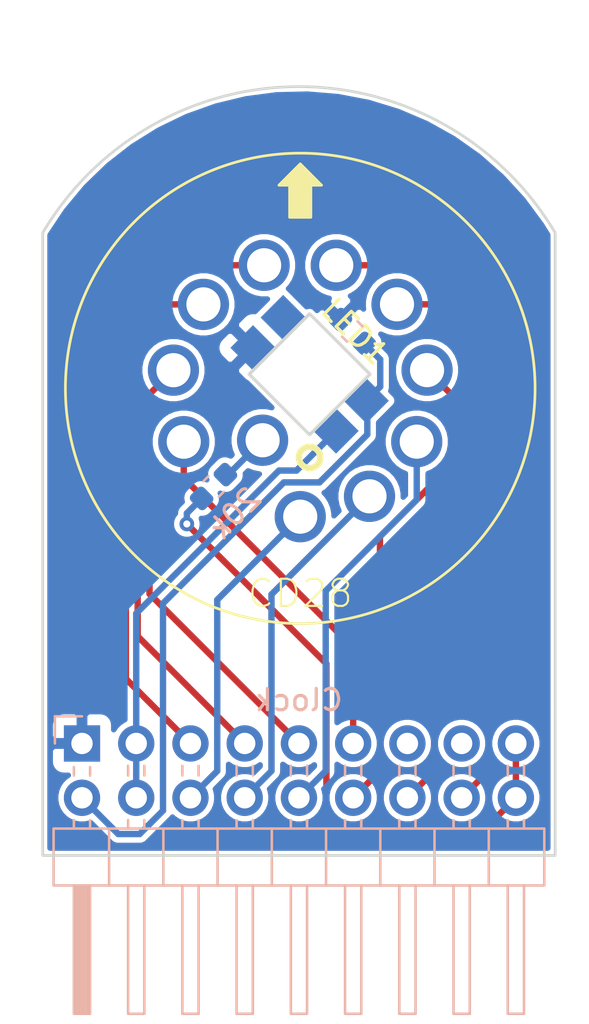
<source format=kicad_pcb>
(kicad_pcb (version 20171130) (host pcbnew "(5.1.6)-1")

  (general
    (thickness 1.6002)
    (drawings 7)
    (tracks 67)
    (zones 0)
    (modules 6)
    (nets 19)
  )

  (page A4)
  (layers
    (0 F.Cu signal)
    (31 B.Cu signal)
    (34 B.Paste user)
    (35 F.Paste user)
    (36 B.SilkS user)
    (37 F.SilkS user)
    (38 B.Mask user)
    (39 F.Mask user)
    (40 Dwgs.User user)
    (44 Edge.Cuts user)
    (45 Margin user)
    (46 B.CrtYd user)
    (47 F.CrtYd user)
    (48 B.Fab user hide)
    (49 F.Fab user hide)
  )

  (setup
    (last_trace_width 0.3)
    (user_trace_width 0.1524)
    (user_trace_width 0.2)
    (user_trace_width 0.25)
    (user_trace_width 0.3)
    (user_trace_width 0.4)
    (user_trace_width 0.5)
    (user_trace_width 0.6)
    (user_trace_width 0.8)
    (trace_clearance 0.254)
    (zone_clearance 0.1524)
    (zone_45_only no)
    (trace_min 0.1524)
    (via_size 0.6858)
    (via_drill 0.3302)
    (via_min_size 0.6858)
    (via_min_drill 0.3302)
    (uvia_size 0.508)
    (uvia_drill 0.127)
    (uvias_allowed no)
    (uvia_min_size 0.508)
    (uvia_min_drill 0.127)
    (edge_width 0.127)
    (segment_width 0.127)
    (pcb_text_width 0.127)
    (pcb_text_size 0.6 0.6)
    (mod_edge_width 0.127)
    (mod_text_size 0.6 0.6)
    (mod_text_width 0.127)
    (pad_size 1.524 1.524)
    (pad_drill 0.762)
    (pad_to_mask_clearance 0.05)
    (solder_mask_min_width 0.25)
    (pad_to_paste_clearance -0.04)
    (aux_axis_origin 0 0)
    (grid_origin 160.02 119.38)
    (visible_elements 7FFFFF7F)
    (pcbplotparams
      (layerselection 0x3ffff_80000001)
      (usegerberextensions true)
      (usegerberattributes true)
      (usegerberadvancedattributes false)
      (creategerberjobfile false)
      (excludeedgelayer true)
      (linewidth 0.127000)
      (plotframeref false)
      (viasonmask false)
      (mode 1)
      (useauxorigin false)
      (hpglpennumber 1)
      (hpglpenspeed 20)
      (hpglpendiameter 15.000000)
      (psnegative false)
      (psa4output false)
      (plotreference true)
      (plotvalue true)
      (plotinvisibletext false)
      (padsonsilk false)
      (subtractmaskfromsilk false)
      (outputformat 1)
      (mirror false)
      (drillshape 0)
      (scaleselection 1)
      (outputdirectory "CAM/"))
  )

  (net 0 "")
  (net 1 +5V)
  (net 2 GND)
  (net 3 /Din)
  (net 4 /HV6)
  (net 5 /HV5)
  (net 6 /HV4)
  (net 7 /HV9)
  (net 8 /HV3)
  (net 9 /HV8)
  (net 10 /HV2)
  (net 11 /HV7)
  (net 12 /HV1)
  (net 13 "Net-(LED1-Pad1-DOUT)")
  (net 14 "Net-(NX1-PadP$A)")
  (net 15 "Net-(J1-Pad13)")
  (net 16 "Net-(J1-Pad15)")
  (net 17 /HV0)
  (net 18 "Net-(J1-Pad17)")

  (net_class Default "Imperial - this is the standard class"
    (clearance 0.254)
    (trace_width 0.254)
    (via_dia 0.6858)
    (via_drill 0.3302)
    (uvia_dia 0.508)
    (uvia_drill 0.127)
    (add_net +5V)
    (add_net /Din)
    (add_net /HV0)
    (add_net /HV1)
    (add_net /HV2)
    (add_net /HV3)
    (add_net /HV4)
    (add_net /HV5)
    (add_net /HV6)
    (add_net /HV7)
    (add_net /HV8)
    (add_net /HV9)
    (add_net GND)
    (add_net "Net-(J1-Pad13)")
    (add_net "Net-(J1-Pad15)")
    (add_net "Net-(J1-Pad17)")
    (add_net "Net-(LED1-Pad1-DOUT)")
    (add_net "Net-(NX1-PadP$A)")
  )

  (net_class 0.2mm ""
    (clearance 0.2)
    (trace_width 0.2)
    (via_dia 0.6858)
    (via_drill 0.3302)
    (uvia_dia 0.508)
    (uvia_drill 0.127)
  )

  (net_class Minimal ""
    (clearance 0.1524)
    (trace_width 0.1524)
    (via_dia 0.6858)
    (via_drill 0.3302)
    (uvia_dia 0.508)
    (uvia_drill 0.127)
  )

  (module logos:mermaid_l (layer B.Cu) (tedit 0) (tstamp 60464529)
    (at 167.02 112.13 180)
    (fp_text reference G*** (at 0 0) (layer B.SilkS) hide
      (effects (font (size 1.524 1.524) (thickness 0.3)) (justify mirror))
    )
    (fp_text value LOGO (at 0.75 0) (layer B.SilkS) hide
      (effects (font (size 1.524 1.524) (thickness 0.3)) (justify mirror))
    )
    (fp_poly (pts (xy 0.016811 3.773536) (xy 0.035492 3.771585) (xy 0.039687 3.770741) (xy 0.079417 3.757244)
      (xy 0.111324 3.737775) (xy 0.124832 3.725513) (xy 0.142677 3.704599) (xy 0.153161 3.684612)
      (xy 0.15793 3.661447) (xy 0.15875 3.64097) (xy 0.158058 3.61993) (xy 0.155124 3.604749)
      (xy 0.148654 3.590748) (xy 0.141938 3.580059) (xy 0.122141 3.557766) (xy 0.098998 3.544256)
      (xy 0.074141 3.539962) (xy 0.049199 3.545313) (xy 0.036501 3.55221) (xy 0.025568 3.560763)
      (xy 0.019906 3.570026) (xy 0.017449 3.584153) (xy 0.016932 3.59157) (xy 0.016648 3.608477)
      (xy 0.018904 3.618133) (xy 0.024587 3.623743) (xy 0.026084 3.624592) (xy 0.039465 3.627784)
      (xy 0.050441 3.626922) (xy 0.059967 3.622881) (xy 0.061919 3.615123) (xy 0.060823 3.608777)
      (xy 0.060289 3.596153) (xy 0.064906 3.590901) (xy 0.073078 3.592235) (xy 0.083211 3.599369)
      (xy 0.093713 3.61152) (xy 0.102989 3.6279) (xy 0.103896 3.629997) (xy 0.108418 3.643365)
      (xy 0.108287 3.6547) (xy 0.103467 3.669685) (xy 0.087643 3.698859) (xy 0.064252 3.721926)
      (xy 0.050164 3.731216) (xy 0.036916 3.737802) (xy 0.022748 3.741623) (xy 0.004134 3.743365)
      (xy -0.014288 3.743716) (xy -0.040147 3.742911) (xy -0.057394 3.740394) (xy -0.064294 3.73724)
      (xy -0.073648 3.731439) (xy -0.077728 3.730626) (xy -0.088165 3.726605) (xy -0.102163 3.716065)
      (xy -0.117406 3.701291) (xy -0.131579 3.684564) (xy -0.142367 3.668169) (xy -0.143717 3.665542)
      (xy -0.151883 3.648712) (xy -0.159332 3.633251) (xy -0.163088 3.620111) (xy -0.165384 3.598867)
      (xy -0.16631 3.568514) (xy -0.166318 3.553876) (xy -0.166026 3.5265) (xy -0.165145 3.506715)
      (xy -0.163111 3.491529) (xy -0.159359 3.477949) (xy -0.153324 3.462983) (xy -0.14625 3.447521)
      (xy -0.121753 3.405235) (xy -0.0903 3.36927) (xy -0.051325 3.33924) (xy -0.004264 3.314759)
      (xy 0.051447 3.295441) (xy 0.089958 3.28602) (xy 0.119366 3.282227) (xy 0.156195 3.281263)
      (xy 0.197719 3.282946) (xy 0.241212 3.28709) (xy 0.283951 3.293513) (xy 0.321687 3.301638)
      (xy 0.342155 3.307861) (xy 0.360849 3.315263) (xy 0.376278 3.322945) (xy 0.386953 3.330006)
      (xy 0.391385 3.335547) (xy 0.388082 3.338667) (xy 0.383597 3.339042) (xy 0.373649 3.342219)
      (xy 0.357833 3.350734) (xy 0.338335 3.36306) (xy 0.317344 3.377673) (xy 0.297047 3.393046)
      (xy 0.279632 3.407655) (xy 0.267286 3.419973) (xy 0.26692 3.420407) (xy 0.246827 3.446164)
      (xy 0.232225 3.469838) (xy 0.221889 3.494463) (xy 0.214597 3.523071) (xy 0.209127 3.558694)
      (xy 0.208269 3.565849) (xy 0.208225 3.599519) (xy 0.214696 3.635439) (xy 0.226608 3.670269)
      (xy 0.242885 3.700666) (xy 0.257355 3.718587) (xy 0.284712 3.739246) (xy 0.316451 3.752322)
      (xy 0.350326 3.757709) (xy 0.384089 3.755304) (xy 0.415495 3.745003) (xy 0.441854 3.727116)
      (xy 0.456743 3.708989) (xy 0.464158 3.687733) (xy 0.465666 3.667574) (xy 0.46447 3.649678)
      (xy 0.459418 3.636679) (xy 0.44831 3.623019) (xy 0.447843 3.622523) (xy 0.432662 3.60928)
      (xy 0.418526 3.60395) (xy 0.413448 3.603625) (xy 0.394908 3.608269) (xy 0.381565 3.620647)
      (xy 0.375782 3.638431) (xy 0.375708 3.640833) (xy 0.378805 3.655072) (xy 0.386689 3.660815)
      (xy 0.397247 3.657238) (xy 0.40302 3.65151) (xy 0.411119 3.643576) (xy 0.417703 3.64383)
      (xy 0.420717 3.645984) (xy 0.426691 3.656909) (xy 0.428309 3.673525) (xy 0.425542 3.691863)
      (xy 0.421138 3.703294) (xy 0.410709 3.716673) (xy 0.399156 3.725521) (xy 0.381042 3.731036)
      (xy 0.358057 3.732598) (xy 0.335132 3.730244) (xy 0.318905 3.724949) (xy 0.298369 3.711409)
      (xy 0.278961 3.693672) (xy 0.264484 3.675356) (xy 0.26187 3.670693) (xy 0.258107 3.658302)
      (xy 0.255508 3.640465) (xy 0.254155 3.620218) (xy 0.254128 3.6006) (xy 0.25551 3.584648)
      (xy 0.258381 3.5754) (xy 0.259291 3.574521) (xy 0.263387 3.567227) (xy 0.264583 3.558334)
      (xy 0.266434 3.54854) (xy 0.269875 3.545417) (xy 0.274956 3.541344) (xy 0.275166 3.539772)
      (xy 0.278369 3.532005) (xy 0.286651 3.519125) (xy 0.298022 3.503894) (xy 0.310492 3.489074)
      (xy 0.315691 3.483521) (xy 0.332808 3.469181) (xy 0.356966 3.453086) (xy 0.385192 3.436898)
      (xy 0.41451 3.422278) (xy 0.441945 3.410886) (xy 0.451563 3.407656) (xy 0.513508 3.39253)
      (xy 0.572008 3.386659) (xy 0.6285 3.390216) (xy 0.684423 3.403376) (xy 0.741216 3.42631)
      (xy 0.78052 3.447259) (xy 0.817352 3.46804) (xy 0.848125 3.483558) (xy 0.875501 3.494552)
      (xy 0.902139 3.501759) (xy 0.9307 3.505917) (xy 0.963843 3.507764) (xy 0.999762 3.50806)
      (xy 1.029829 3.507596) (xy 1.058475 3.506543) (xy 1.08289 3.505047) (xy 1.100268 3.50325)
      (xy 1.103312 3.502746) (xy 1.124251 3.498943) (xy 1.148566 3.494739) (xy 1.16152 3.492588)
      (xy 1.183437 3.488718) (xy 1.205109 3.484407) (xy 1.21576 3.482026) (xy 1.242534 3.475574)
      (xy 1.261268 3.470981) (xy 1.27422 3.467665) (xy 1.283649 3.465044) (xy 1.29181 3.462534)
      (xy 1.293812 3.46189) (xy 1.330054 3.447173) (xy 1.362613 3.428217) (xy 1.390124 3.406284)
      (xy 1.411222 3.382636) (xy 1.42454 3.358536) (xy 1.428749 3.337087) (xy 1.430965 3.31796)
      (xy 1.436932 3.293293) (xy 1.445634 3.266996) (xy 1.4496 3.257021) (xy 1.460028 3.223921)
      (xy 1.465344 3.188889) (xy 1.465701 3.173183) (xy 1.465206 3.152449) (xy 1.465622 3.140318)
      (xy 1.467505 3.134815) (xy 1.471411 3.133966) (xy 1.476375 3.135313) (xy 1.485246 3.136563)
      (xy 1.485546 3.132317) (xy 1.477379 3.123141) (xy 1.473497 3.119686) (xy 1.464568 3.110292)
      (xy 1.463129 3.101507) (xy 1.465406 3.093994) (xy 1.472998 3.082438) (xy 1.485846 3.06985)
      (xy 1.491895 3.065257) (xy 1.507592 3.051442) (xy 1.513053 3.038041) (xy 1.508312 3.023896)
      (xy 1.493572 3.007997) (xy 1.481954 2.996879) (xy 1.477871 2.989625) (xy 1.480148 2.984092)
      (xy 1.480343 2.983889) (xy 1.48489 2.973373) (xy 1.486712 2.956585) (xy 1.485771 2.93749)
      (xy 1.482027 2.920051) (xy 1.481007 2.917281) (xy 1.468042 2.883178) (xy 1.459777 2.85676)
      (xy 1.455764 2.836468) (xy 1.455208 2.827306) (xy 1.451635 2.812089) (xy 1.440656 2.801224)
      (xy 1.433744 2.797314) (xy 1.425278 2.794661) (xy 1.41333 2.793085) (xy 1.395971 2.79241)
      (xy 1.371273 2.792457) (xy 1.349375 2.792809) (xy 1.31873 2.793255) (xy 1.296659 2.793112)
      (xy 1.281157 2.792186) (xy 1.270221 2.790279) (xy 1.261849 2.787196) (xy 1.255447 2.783626)
      (xy 1.244268 2.774775) (xy 1.238474 2.766405) (xy 1.23825 2.764974) (xy 1.235863 2.757876)
      (xy 1.233805 2.756959) (xy 1.229201 2.752098) (xy 1.223916 2.739092) (xy 1.218503 2.720308)
      (xy 1.213515 2.698112) (xy 1.209506 2.674871) (xy 1.207028 2.652951) (xy 1.2065 2.640132)
      (xy 1.207874 2.614203) (xy 1.211589 2.582523) (xy 1.217032 2.549504) (xy 1.222776 2.522803)
      (xy 1.235661 2.473043) (xy 1.247332 2.433315) (xy 1.257929 2.403156) (xy 1.259293 2.399771)
      (xy 1.264013 2.387513) (xy 1.269636 2.371955) (xy 1.270086 2.370667) (xy 1.278721 2.347809)
      (xy 1.289907 2.322021) (xy 1.304888 2.290463) (xy 1.308378 2.283355) (xy 1.317963 2.259043)
      (xy 1.323702 2.234224) (xy 1.325348 2.211548) (xy 1.322652 2.19366) (xy 1.317561 2.184909)
      (xy 1.307186 2.176016) (xy 1.292853 2.165074) (xy 1.277255 2.153968) (xy 1.263087 2.144581)
      (xy 1.253044 2.138797) (xy 1.250232 2.137834) (xy 1.242386 2.13401) (xy 1.231208 2.124466)
      (xy 1.219519 2.11209) (xy 1.21014 2.099773) (xy 1.206613 2.093154) (xy 1.204218 2.073293)
      (xy 1.210459 2.048342) (xy 1.211685 2.04523) (xy 1.220793 2.023791) (xy 1.23213 1.998543)
      (xy 1.244765 1.971403) (xy 1.257766 1.944284) (xy 1.270202 1.9191) (xy 1.281142 1.897767)
      (xy 1.289653 1.882198) (xy 1.294804 1.874308) (xy 1.294911 1.874195) (xy 1.300737 1.866426)
      (xy 1.30175 1.863411) (xy 1.305702 1.855954) (xy 1.316422 1.843726) (xy 1.332206 1.828296)
      (xy 1.351351 1.811235) (xy 1.372151 1.794113) (xy 1.392903 1.778501) (xy 1.397 1.775628)
      (xy 1.412481 1.764474) (xy 1.432822 1.749179) (xy 1.456251 1.731147) (xy 1.480994 1.711783)
      (xy 1.505277 1.692489) (xy 1.527327 1.674669) (xy 1.54537 1.659728) (xy 1.557633 1.649068)
      (xy 1.561041 1.645785) (xy 1.566531 1.641261) (xy 1.577559 1.632846) (xy 1.584854 1.62743)
      (xy 1.599074 1.616479) (xy 1.610642 1.606732) (xy 1.613958 1.603563) (xy 1.621166 1.597319)
      (xy 1.63503 1.586326) (xy 1.653625 1.57203) (xy 1.675029 1.555881) (xy 1.697317 1.539326)
      (xy 1.718566 1.523814) (xy 1.736854 1.510793) (xy 1.740958 1.507944) (xy 1.75542 1.497422)
      (xy 1.767734 1.487559) (xy 1.769672 1.48584) (xy 1.781335 1.477351) (xy 1.789516 1.473434)
      (xy 1.797549 1.469117) (xy 1.799166 1.466423) (xy 1.803588 1.462135) (xy 1.814535 1.456503)
      (xy 1.817687 1.455209) (xy 1.829662 1.449593) (xy 1.835937 1.444862) (xy 1.836208 1.4441)
      (xy 1.840779 1.440501) (xy 1.852852 1.434525) (xy 1.869967 1.42737) (xy 1.872824 1.426267)
      (xy 1.88894 1.420424) (xy 1.902804 1.416562) (xy 1.917198 1.414357) (xy 1.934907 1.413483)
      (xy 1.958714 1.413615) (xy 1.977334 1.414048) (xy 2.011477 1.415666) (xy 2.050591 1.418652)
      (xy 2.089221 1.422539) (xy 2.114726 1.425785) (xy 2.14488 1.42989) (xy 2.16751 1.432256)
      (xy 2.18552 1.432964) (xy 2.201812 1.432095) (xy 2.219288 1.429731) (xy 2.224528 1.428856)
      (xy 2.245404 1.424861) (xy 2.257747 1.421152) (xy 2.263552 1.416902) (xy 2.264833 1.412127)
      (xy 2.263508 1.406717) (xy 2.257986 1.403732) (xy 2.245944 1.402491) (xy 2.231409 1.402292)
      (xy 2.207764 1.401303) (xy 2.182238 1.398663) (xy 2.158033 1.394866) (xy 2.138355 1.390404)
      (xy 2.12725 1.386276) (xy 2.123304 1.383434) (xy 2.123829 1.381057) (xy 2.130164 1.378752)
      (xy 2.143652 1.376125) (xy 2.165634 1.37278) (xy 2.180166 1.370725) (xy 2.208747 1.366286)
      (xy 2.230983 1.361492) (xy 2.251087 1.355226) (xy 2.27327 1.34637) (xy 2.275416 1.345449)
      (xy 2.291879 1.337058) (xy 2.307873 1.326809) (xy 2.32072 1.316668) (xy 2.327745 1.308602)
      (xy 2.328333 1.306591) (xy 2.323743 1.304335) (xy 2.312281 1.304011) (xy 2.297402 1.305252)
      (xy 2.282566 1.307694) (xy 2.271229 1.31097) (xy 2.267743 1.312991) (xy 2.258675 1.31683)
      (xy 2.251604 1.317626) (xy 2.239817 1.320172) (xy 2.234786 1.323331) (xy 2.225761 1.326846)
      (xy 2.213884 1.326984) (xy 2.204136 1.325219) (xy 2.204029 1.323129) (xy 2.20927 1.320799)
      (xy 2.23606 1.310129) (xy 2.25511 1.301894) (xy 2.268643 1.294964) (xy 2.278885 1.288209)
      (xy 2.287322 1.281169) (xy 2.296853 1.2715) (xy 2.301715 1.264499) (xy 2.301875 1.263719)
      (xy 2.297454 1.259587) (xy 2.285098 1.260225) (xy 2.266162 1.265338) (xy 2.242005 1.274631)
      (xy 2.232778 1.27872) (xy 2.210862 1.287938) (xy 2.195226 1.292907) (xy 2.186673 1.293593)
      (xy 2.186011 1.289959) (xy 2.194044 1.28197) (xy 2.19612 1.28034) (xy 2.207237 1.273141)
      (xy 2.215319 1.270118) (xy 2.221801 1.265714) (xy 2.226876 1.256324) (xy 2.227791 1.251047)
      (xy 2.223516 1.248302) (xy 2.212505 1.249392) (xy 2.197482 1.253408) (xy 2.181171 1.259436)
      (xy 2.166296 1.266566) (xy 2.15558 1.273887) (xy 2.153708 1.275833) (xy 2.146702 1.280288)
      (xy 2.132687 1.286789) (xy 2.114695 1.294037) (xy 2.095756 1.300732) (xy 2.095124 1.300937)
      (xy 2.07869 1.304461) (xy 2.057774 1.306667) (xy 2.046312 1.307042) (xy 2.028903 1.306558)
      (xy 2.018807 1.304253) (xy 2.012768 1.298853) (xy 2.009183 1.29249) (xy 2.005287 1.278785)
      (xy 2.008579 1.265874) (xy 2.019902 1.252443) (xy 2.040101 1.237179) (xy 2.048014 1.232048)
      (xy 2.069352 1.218173) (xy 2.083328 1.207722) (xy 2.091758 1.198848) (xy 2.096459 1.189706)
      (xy 2.098878 1.180349) (xy 2.099775 1.168122) (xy 2.095521 1.163627) (xy 2.094838 1.16354)
      (xy 2.077123 1.165005) (xy 2.064663 1.173081) (xy 2.054291 1.180457) (xy 2.036679 1.190046)
      (xy 2.014573 1.20055) (xy 1.990717 1.210671) (xy 1.967857 1.219114) (xy 1.965854 1.219776)
      (xy 1.928101 1.233609) (xy 1.898307 1.248381) (xy 1.87387 1.26573) (xy 1.852189 1.287294)
      (xy 1.844908 1.29597) (xy 1.82922 1.314316) (xy 1.813605 1.330793) (xy 1.80082 1.342542)
      (xy 1.797992 1.344686) (xy 1.786309 1.353213) (xy 1.778836 1.359346) (xy 1.778 1.360236)
      (xy 1.771224 1.365606) (xy 1.75693 1.374794) (xy 1.736985 1.386729) (xy 1.713259 1.400343)
      (xy 1.687619 1.414565) (xy 1.661936 1.428326) (xy 1.638076 1.440557) (xy 1.635125 1.442019)
      (xy 1.587553 1.46584) (xy 1.546283 1.487396) (xy 1.507857 1.50852) (xy 1.481666 1.52353)
      (xy 1.464862 1.532936) (xy 1.450648 1.540248) (xy 1.443302 1.543429) (xy 1.435482 1.548118)
      (xy 1.434041 1.551076) (xy 1.429946 1.555562) (xy 1.42835 1.55575) (xy 1.421455 1.558368)
      (xy 1.407463 1.565519) (xy 1.388265 1.576151) (xy 1.365753 1.589212) (xy 1.341819 1.60365)
      (xy 1.338081 1.605957) (xy 1.328838 1.611626) (xy 1.314356 1.620452) (xy 1.303686 1.626934)
      (xy 1.289183 1.635949) (xy 1.278713 1.64286) (xy 1.275291 1.645485) (xy 1.269816 1.650117)
      (xy 1.258818 1.65865) (xy 1.251479 1.66417) (xy 1.234056 1.677274) (xy 1.220686 1.687881)
      (xy 1.208649 1.698391) (xy 1.195222 1.711206) (xy 1.177684 1.728725) (xy 1.173427 1.733021)
      (xy 1.154691 1.753203) (xy 1.136473 1.774958) (xy 1.121826 1.794574) (xy 1.117957 1.80049)
      (xy 1.107458 1.815879) (xy 1.098096 1.826821) (xy 1.091977 1.830917) (xy 1.085418 1.828569)
      (xy 1.084785 1.826948) (xy 1.081627 1.820717) (xy 1.073818 1.810294) (xy 1.071556 1.807605)
      (xy 1.063024 1.796859) (xy 1.058535 1.789598) (xy 1.058333 1.788759) (xy 1.055116 1.78268)
      (xy 1.048847 1.77503) (xy 1.038358 1.760344) (xy 1.026121 1.737991) (xy 1.013216 1.710506)
      (xy 1.00072 1.680421) (xy 0.989714 1.650268) (xy 0.981275 1.622581) (xy 0.977986 1.608667)
      (xy 0.968972 1.562362) (xy 0.962328 1.523365) (xy 0.95779 1.488735) (xy 0.955093 1.45553)
      (xy 0.953972 1.420809) (xy 0.954162 1.38163) (xy 0.954874 1.352021) (xy 0.955956 1.318336)
      (xy 0.957154 1.287144) (xy 0.958377 1.260422) (xy 0.959534 1.240144) (xy 0.960534 1.228284)
      (xy 0.960617 1.227667) (xy 0.961429 1.217554) (xy 0.962358 1.198447) (xy 0.96335 1.171939)
      (xy 0.964353 1.139617) (xy 0.96531 1.103071) (xy 0.96617 1.063891) (xy 0.966176 1.063625)
      (xy 0.966988 1.016579) (xy 0.967314 0.977779) (xy 0.967075 0.9449) (xy 0.96619 0.915612)
      (xy 0.964579 0.887587) (xy 0.962164 0.858498) (xy 0.958863 0.826017) (xy 0.95765 0.814917)
      (xy 0.951084 0.75682) (xy 0.945176 0.707679) (xy 0.939682 0.665903) (xy 0.934356 0.629902)
      (xy 0.928956 0.598088) (xy 0.923235 0.56887) (xy 0.916949 0.54066) (xy 0.912885 0.523875)
      (xy 0.906794 0.498662) (xy 0.901413 0.475129) (xy 0.897462 0.456489) (xy 0.895973 0.44834)
      (xy 0.892856 0.434708) (xy 0.889085 0.426281) (xy 0.888285 0.425538) (xy 0.884592 0.418555)
      (xy 0.883669 0.411115) (xy 0.882028 0.401383) (xy 0.877635 0.38436) (xy 0.871226 0.362746)
      (xy 0.866028 0.346605) (xy 0.857767 0.321534) (xy 0.84996 0.297435) (xy 0.843739 0.277819)
      (xy 0.841302 0.269875) (xy 0.836378 0.25453) (xy 0.832191 0.243342) (xy 0.830942 0.240771)
      (xy 0.827336 0.232696) (xy 0.822295 0.21902) (xy 0.820702 0.214313) (xy 0.81395 0.195276)
      (xy 0.806669 0.176625) (xy 0.80583 0.174625) (xy 0.798972 0.158321) (xy 0.792944 0.14374)
      (xy 0.792593 0.142875) (xy 0.786649 0.129107) (xy 0.782549 0.120458) (xy 0.778574 0.110063)
      (xy 0.777875 0.105842) (xy 0.775639 0.099184) (xy 0.769428 0.084596) (xy 0.759982 0.063622)
      (xy 0.748042 0.037806) (xy 0.734349 0.008691) (xy 0.719644 -0.022178) (xy 0.704668 -0.053257)
      (xy 0.690162 -0.083002) (xy 0.676867 -0.10987) (xy 0.665523 -0.132316) (xy 0.656873 -0.148797)
      (xy 0.651656 -0.157769) (xy 0.650888 -0.15875) (xy 0.64704 -0.164585) (xy 0.640139 -0.176579)
      (xy 0.635415 -0.185208) (xy 0.622667 -0.207639) (xy 0.605809 -0.235506) (xy 0.586295 -0.266573)
      (xy 0.565581 -0.298607) (xy 0.545121 -0.329373) (xy 0.52637 -0.356639) (xy 0.510784 -0.378168)
      (xy 0.504464 -0.386291) (xy 0.49882 -0.393433) (xy 0.48822 -0.406992) (xy 0.474188 -0.425014)
      (xy 0.458423 -0.445321) (xy 0.386268 -0.531586) (xy 0.305323 -0.615902) (xy 0.217382 -0.696433)
      (xy 0.193138 -0.716902) (xy 0.177764 -0.729736) (xy 0.165728 -0.739925) (xy 0.159212 -0.745619)
      (xy 0.15875 -0.74607) (xy 0.15364 -0.750212) (xy 0.141905 -0.75919) (xy 0.125441 -0.771566)
      (xy 0.111125 -0.782215) (xy 0.091503 -0.796811) (xy 0.074346 -0.809688) (xy 0.061903 -0.819151)
      (xy 0.057234 -0.822811) (xy 0.046348 -0.830914) (xy 0.033422 -0.839659) (xy 0.019429 -0.849492)
      (xy 0.008262 -0.85853) (xy -0.00115 -0.865562) (xy -0.006772 -0.867833) (xy -0.013177 -0.871028)
      (xy -0.024494 -0.879231) (xy -0.033185 -0.886354) (xy -0.046046 -0.896711) (xy -0.055853 -0.903433)
      (xy -0.059243 -0.904875) (xy -0.065136 -0.907527) (xy -0.076973 -0.9143) (xy -0.09191 -0.923419)
      (xy -0.107104 -0.933106) (xy -0.119711 -0.941585) (xy -0.126887 -0.947081) (xy -0.127 -0.947193)
      (xy -0.133129 -0.951521) (xy -0.142875 -0.957378) (xy -0.152011 -0.962765) (xy -0.168175 -0.972485)
      (xy -0.189376 -0.985333) (xy -0.213623 -1.000104) (xy -0.223801 -1.006326) (xy -0.247553 -1.020777)
      (xy -0.267952 -1.033032) (xy -0.283378 -1.04213) (xy -0.292207 -1.047106) (xy -0.293632 -1.04775)
      (xy -0.298902 -1.050229) (xy -0.310818 -1.056768) (xy -0.326931 -1.066017) (xy -0.328991 -1.067222)
      (xy -0.356603 -1.083148) (xy -0.386048 -1.099703) (xy -0.414493 -1.115327) (xy -0.439106 -1.128464)
      (xy -0.455084 -1.136599) (xy -0.467632 -1.14309) (xy -0.475484 -1.147821) (xy -0.47625 -1.148468)
      (xy -0.481786 -1.151903) (xy -0.494692 -1.158989) (xy -0.512891 -1.168607) (xy -0.529167 -1.177013)
      (xy -0.578322 -1.202179) (xy -0.622845 -1.225001) (xy -0.661951 -1.245075) (xy -0.694854 -1.261998)
      (xy -0.720769 -1.275365) (xy -0.73891 -1.284772) (xy -0.748492 -1.289816) (xy -0.748968 -1.290075)
      (xy -0.758048 -1.294813) (xy -0.773987 -1.302904) (xy -0.794153 -1.313017) (xy -0.80698 -1.3194)
      (xy -0.881231 -1.35675) (xy -0.94652 -1.390707) (xy -1.003734 -1.421745) (xy -1.05376 -1.450342)
      (xy -1.076855 -1.464177) (xy -1.090458 -1.471801) (xy -1.098021 -1.475597) (xy -1.105412 -1.479911)
      (xy -1.119579 -1.488876) (xy -1.138874 -1.501392) (xy -1.161647 -1.516359) (xy -1.18625 -1.532677)
      (xy -1.211035 -1.549246) (xy -1.234352 -1.564966) (xy -1.254552 -1.578737) (xy -1.269988 -1.58946)
      (xy -1.279009 -1.596033) (xy -1.280584 -1.5974) (xy -1.28583 -1.602217) (xy -1.296881 -1.611472)
      (xy -1.309688 -1.621833) (xy -1.369914 -1.675393) (xy -1.421218 -1.732685) (xy -1.463288 -1.79318)
      (xy -1.495811 -1.856346) (xy -1.518476 -1.921651) (xy -1.530971 -1.988566) (xy -1.532115 -2.00072)
      (xy -1.533533 -2.021291) (xy -1.533389 -2.03401) (xy -1.531178 -2.041555) (xy -1.526396 -2.046606)
      (xy -1.523028 -2.048937) (xy -1.508982 -2.055507) (xy -1.492365 -2.060056) (xy -1.492229 -2.060079)
      (xy -1.452691 -2.067475) (xy -1.418964 -2.075738) (xy -1.394355 -2.083271) (xy -1.372487 -2.090356)
      (xy -1.346337 -2.098616) (xy -1.322917 -2.10585) (xy -1.302468 -2.112199) (xy -1.284909 -2.117877)
      (xy -1.273608 -2.12179) (xy -1.272646 -2.122164) (xy -1.262724 -2.125949) (xy -1.246121 -2.132103)
      (xy -1.226116 -2.139411) (xy -1.222375 -2.140766) (xy -1.203039 -2.148094) (xy -1.187481 -2.154598)
      (xy -1.178496 -2.159093) (xy -1.177661 -2.159711) (xy -1.168071 -2.163984) (xy -1.164987 -2.164291)
      (xy -1.156849 -2.166561) (xy -1.141251 -2.172762) (xy -1.120145 -2.181983) (xy -1.095482 -2.193313)
      (xy -1.069213 -2.20584) (xy -1.043289 -2.218653) (xy -1.019661 -2.230841) (xy -1.002771 -2.240067)
      (xy -0.979183 -2.253619) (xy -0.954406 -2.268128) (xy -0.930964 -2.28209) (xy -0.911386 -2.293997)
      (xy -0.898196 -2.302344) (xy -0.897227 -2.302991) (xy -0.84537 -2.340492) (xy -0.792658 -2.383257)
      (xy -0.741528 -2.42907) (xy -0.694416 -2.475712) (xy -0.653759 -2.520968) (xy -0.642579 -2.534708)
      (xy -0.628634 -2.552018) (xy -0.616971 -2.565902) (xy -0.609232 -2.574434) (xy -0.607219 -2.576159)
      (xy -0.603295 -2.582213) (xy -0.60325 -2.582995) (xy -0.599953 -2.59017) (xy -0.592419 -2.599694)
      (xy -0.584795 -2.609595) (xy -0.573492 -2.626331) (xy -0.559985 -2.647494) (xy -0.545751 -2.670677)
      (xy -0.532266 -2.693472) (xy -0.521004 -2.713471) (xy -0.513442 -2.728265) (xy -0.512956 -2.729342)
      (xy -0.506925 -2.740667) (xy -0.501953 -2.746251) (xy -0.501417 -2.746375) (xy -0.497764 -2.750622)
      (xy -0.497417 -2.753524) (xy -0.495063 -2.76201) (xy -0.489037 -2.775934) (xy -0.484188 -2.785554)
      (xy -0.476676 -2.800966) (xy -0.471883 -2.81327) (xy -0.470959 -2.817651) (xy -0.468504 -2.82541)
      (xy -0.46699 -2.826631) (xy -0.463351 -2.832354) (xy -0.457475 -2.846051) (xy -0.450118 -2.865545)
      (xy -0.442034 -2.888659) (xy -0.433976 -2.913215) (xy -0.4267 -2.937036) (xy -0.420958 -2.957944)
      (xy -0.419645 -2.963333) (xy -0.414816 -2.982772) (xy -0.410227 -2.999259) (xy -0.40721 -3.008312)
      (xy -0.403349 -3.020934) (xy -0.400065 -3.036847) (xy -0.399977 -3.037416) (xy -0.397973 -3.049953)
      (xy -0.394675 -3.070065) (xy -0.390554 -3.094892) (xy -0.386442 -3.119437) (xy -0.382507 -3.145522)
      (xy -0.379552 -3.172135) (xy -0.377442 -3.20146) (xy -0.376041 -3.23568) (xy -0.375217 -3.276977)
      (xy -0.374941 -3.306237) (xy -0.374907 -3.341428) (xy -0.375253 -3.373114) (xy -0.375932 -3.399753)
      (xy -0.376895 -3.4198) (xy -0.378095 -3.431711) (xy -0.378888 -3.43429) (xy -0.385103 -3.433466)
      (xy -0.398593 -3.427213) (xy -0.41801 -3.416235) (xy -0.441209 -3.401752) (xy -0.483878 -3.374892)
      (xy -0.526415 -3.34985) (xy -0.571041 -3.325433) (xy -0.619976 -3.30045) (xy -0.67544 -3.27371)
      (xy -0.709084 -3.258031) (xy -0.744498 -3.241758) (xy -0.773275 -3.228687) (xy -0.794644 -3.21916)
      (xy -0.807839 -3.213522) (xy -0.812017 -3.212041) (xy -0.817473 -3.210007) (xy -0.830202 -3.204577)
      (xy -0.847855 -3.196764) (xy -0.855541 -3.193302) (xy -0.87586 -3.184131) (xy -0.893504 -3.176218)
      (xy -0.905456 -3.170914) (xy -0.907521 -3.170016) (xy -0.918356 -3.165316) (xy -0.934412 -3.158299)
      (xy -0.944563 -3.153846) (xy -0.976212 -3.140021) (xy -0.999364 -3.130101) (xy -1.015151 -3.123604)
      (xy -1.018646 -3.12224) (xy -1.034695 -3.115354) (xy -1.057193 -3.104752) (xy -1.083338 -3.091857)
      (xy -1.110325 -3.078089) (xy -1.135352 -3.064868) (xy -1.155614 -3.053616) (xy -1.164167 -3.048495)
      (xy -1.18064 -3.036718) (xy -1.199817 -3.020816) (xy -1.220061 -3.002427) (xy -1.239737 -2.983188)
      (xy -1.257209 -2.964736) (xy -1.27084 -2.948708) (xy -1.278994 -2.936743) (xy -1.280584 -2.931984)
      (xy -1.284494 -2.925639) (xy -1.284991 -2.925409) (xy -1.290019 -2.9202) (xy -1.298403 -2.9087)
      (xy -1.308276 -2.893826) (xy -1.317775 -2.878494) (xy -1.325035 -2.865619) (xy -1.32819 -2.858117)
      (xy -1.328209 -2.857838) (xy -1.332 -2.851529) (xy -1.332427 -2.851326) (xy -1.337013 -2.84591)
      (xy -1.344025 -2.834059) (xy -1.348297 -2.82575) (xy -1.354863 -2.813311) (xy -1.359169 -2.807024)
      (xy -1.360124 -2.807229) (xy -1.360267 -2.814002) (xy -1.360556 -2.829563) (xy -1.360961 -2.852114)
      (xy -1.361448 -2.879861) (xy -1.36193 -2.90777) (xy -1.363484 -2.959059) (xy -1.366614 -3.002125)
      (xy -1.371909 -3.039285) (xy -1.379955 -3.072855) (xy -1.391341 -3.105149) (xy -1.406655 -3.138482)
      (xy -1.426484 -3.175172) (xy -1.432473 -3.185583) (xy -1.441516 -3.200851) (xy -1.454792 -3.222887)
      (xy -1.470945 -3.249473) (xy -1.488616 -3.278392) (xy -1.506447 -3.307427) (xy -1.523079 -3.334361)
      (xy -1.537156 -3.356975) (xy -1.546782 -3.372217) (xy -1.556574 -3.387882) (xy -1.563588 -3.399817)
      (xy -1.566333 -3.405482) (xy -1.566334 -3.405513) (xy -1.569332 -3.411428) (xy -1.571875 -3.414671)
      (xy -1.578955 -3.424037) (xy -1.58836 -3.437955) (xy -1.598309 -3.453578) (xy -1.607021 -3.468061)
      (xy -1.612717 -3.478559) (xy -1.613959 -3.481937) (xy -1.617841 -3.488012) (xy -1.618012 -3.48809)
      (xy -1.62267 -3.49336) (xy -1.6306 -3.505128) (xy -1.640113 -3.520543) (xy -1.649522 -3.536754)
      (xy -1.657137 -3.550911) (xy -1.661271 -3.560162) (xy -1.661584 -3.56167) (xy -1.66483 -3.566534)
      (xy -1.665553 -3.566624) (xy -1.670608 -3.570852) (xy -1.67527 -3.57853) (xy -1.6797 -3.587499)
      (xy -1.687831 -3.603801) (xy -1.698602 -3.625313) (xy -1.710953 -3.649918) (xy -1.714283 -3.656541)
      (xy -1.728714 -3.685357) (xy -1.739369 -3.707018) (xy -1.747301 -3.723791) (xy -1.753561 -3.73794)
      (xy -1.759201 -3.751728) (xy -1.762834 -3.761052) (xy -1.768776 -3.776191) (xy -1.77226 -3.784864)
      (xy -1.776532 -3.796565) (xy -1.782292 -3.813799) (xy -1.786124 -3.825875) (xy -1.794107 -3.850123)
      (xy -1.800605 -3.864974) (xy -1.806629 -3.871317) (xy -1.813196 -3.870039) (xy -1.821317 -3.862026)
      (xy -1.823851 -3.858896) (xy -1.834996 -3.845041) (xy -1.845018 -3.832935) (xy -1.860304 -3.814747)
      (xy -1.871524 -3.80089) (xy -1.881557 -3.787711) (xy -1.892096 -3.773209) (xy -1.901907 -3.758672)
      (xy -1.908513 -3.747198) (xy -1.910292 -3.74234) (xy -1.913744 -3.735549) (xy -1.9147 -3.735034)
      (xy -1.920879 -3.728832) (xy -1.93058 -3.714612) (xy -1.942942 -3.693993) (xy -1.957108 -3.668592)
      (xy -1.972218 -3.640026) (xy -1.987415 -3.609913) (xy -2.001841 -3.579871) (xy -2.014636 -3.551517)
      (xy -2.02375 -3.529541) (xy -2.030337 -3.513335) (xy -2.036097 -3.500143) (xy -2.037835 -3.49654)
      (xy -2.041998 -3.483106) (xy -2.042584 -3.477009) (xy -2.044998 -3.466849) (xy -2.047875 -3.463395)
      (xy -2.052009 -3.456083) (xy -2.053167 -3.44752) (xy -2.054935 -3.436601) (xy -2.057874 -3.432007)
      (xy -2.06186 -3.425217) (xy -2.065111 -3.412716) (xy -2.06525 -3.411851) (xy -2.068334 -3.396797)
      (xy -2.073297 -3.37719) (xy -2.076624 -3.3655) (xy -2.081421 -3.348705) (xy -2.085851 -3.331208)
      (xy -2.090465 -3.310549) (xy -2.095814 -3.284268) (xy -2.102103 -3.251729) (xy -2.104118 -3.235184)
      (xy -2.105738 -3.210034) (xy -2.106964 -3.178127) (xy -2.107796 -3.141317) (xy -2.108236 -3.101454)
      (xy -2.108284 -3.060389) (xy -2.107942 -3.019973) (xy -2.10721 -2.982059) (xy -2.10609 -2.948496)
      (xy -2.104582 -2.921137) (xy -2.102689 -2.901833) (xy -2.101907 -2.897187) (xy -2.097408 -2.875018)
      (xy -2.092897 -2.852736) (xy -2.090653 -2.841625) (xy -2.086154 -2.822216) (xy -2.080107 -2.799624)
      (xy -2.076886 -2.788708) (xy -2.071304 -2.769055) (xy -2.066835 -2.750617) (xy -2.06525 -2.742357)
      (xy -2.062104 -2.729658) (xy -2.058113 -2.722367) (xy -2.057874 -2.722201) (xy -2.054205 -2.715199)
      (xy -2.053167 -2.706687) (xy -2.05117 -2.695606) (xy -2.047875 -2.690812) (xy -2.043441 -2.683353)
      (xy -2.042584 -2.677199) (xy -2.040167 -2.663351) (xy -2.037938 -2.657667) (xy -2.028974 -2.638529)
      (xy -2.021574 -2.620201) (xy -2.016995 -2.605971) (xy -2.016125 -2.600674) (xy -2.013211 -2.593748)
      (xy -2.010834 -2.592916) (xy -2.005838 -2.588784) (xy -2.005542 -2.586757) (xy -2.003029 -2.576598)
      (xy -1.996034 -2.558966) (xy -1.985376 -2.535552) (xy -1.971874 -2.508043) (xy -1.956348 -2.478128)
      (xy -1.939615 -2.447495) (xy -1.928989 -2.428875) (xy -1.917739 -2.409493) (xy -1.907325 -2.391511)
      (xy -1.899972 -2.378766) (xy -1.899878 -2.378604) (xy -1.893802 -2.368895) (xy -1.883596 -2.35347)
      (xy -1.870613 -2.334284) (xy -1.856206 -2.313291) (xy -1.841728 -2.292446) (xy -1.828532 -2.273702)
      (xy -1.817969 -2.259015) (xy -1.811394 -2.250337) (xy -1.810149 -2.248958) (xy -1.805415 -2.243477)
      (xy -1.79682 -2.232467) (xy -1.79131 -2.225145) (xy -1.770344 -2.198459) (xy -1.747083 -2.172196)
      (xy -1.730055 -2.154423) (xy -1.712724 -2.135815) (xy -1.701877 -2.120706) (xy -1.696021 -2.105635)
      (xy -1.693663 -2.087143) (xy -1.693294 -2.069187) (xy -1.691985 -2.037889) (xy -1.688457 -2.002483)
      (xy -1.683224 -1.966327) (xy -1.6768 -1.932777) (xy -1.669697 -1.905193) (xy -1.666961 -1.897062)
      (xy -1.662846 -1.885204) (xy -1.657579 -1.869155) (xy -1.656354 -1.865312) (xy -1.651279 -1.851164)
      (xy -1.643761 -1.832422) (xy -1.634898 -1.811569) (xy -1.62579 -1.791087) (xy -1.617537 -1.773458)
      (xy -1.611237 -1.761167) (xy -1.608328 -1.756833) (xy -1.603622 -1.750578) (xy -1.598123 -1.740958)
      (xy -1.589342 -1.72555) (xy -1.577322 -1.706415) (xy -1.564213 -1.686774) (xy -1.552167 -1.669852)
      (xy -1.543395 -1.658937) (xy -1.533701 -1.647808) (xy -1.522115 -1.633534) (xy -1.519492 -1.630166)
      (xy -1.508995 -1.617837) (xy -1.49282 -1.600341) (xy -1.47301 -1.579751) (xy -1.451607 -1.558137)
      (xy -1.430655 -1.537571) (xy -1.412197 -1.520124) (xy -1.401731 -1.51077) (xy -1.357403 -1.473157)
      (xy -1.318621 -1.441319) (xy -1.283358 -1.413642) (xy -1.249585 -1.38851) (xy -1.235605 -1.378502)
      (xy -1.217641 -1.365669) (xy -1.202341 -1.354536) (xy -1.192293 -1.346995) (xy -1.190625 -1.345662)
      (xy -1.183402 -1.340435) (xy -1.169185 -1.33075) (xy -1.149876 -1.317883) (xy -1.127377 -1.303113)
      (xy -1.121834 -1.299504) (xy -1.099035 -1.284586) (xy -1.079146 -1.271389) (xy -1.06401 -1.261148)
      (xy -1.05547 -1.255099) (xy -1.054588 -1.254392) (xy -1.047619 -1.249468) (xy -1.045761 -1.248833)
      (xy -1.040676 -1.246146) (xy -1.028295 -1.238745) (xy -1.010238 -1.227621) (xy -0.988122 -1.213767)
      (xy -0.976637 -1.2065) (xy -0.952911 -1.191648) (xy -0.932191 -1.179074) (xy -0.916177 -1.169778)
      (xy -0.90657 -1.164761) (xy -0.904767 -1.164166) (xy -0.899734 -1.160136) (xy -0.899584 -1.158875)
      (xy -0.895597 -1.153736) (xy -0.894346 -1.153583) (xy -0.887735 -1.150891) (xy -0.874734 -1.143728)
      (xy -0.857782 -1.133462) (xy -0.851959 -1.12977) (xy -0.834261 -1.118806) (xy -0.819739 -1.110508)
      (xy -0.810832 -1.106246) (xy -0.809571 -1.105958) (xy -0.804486 -1.101929) (xy -0.804334 -1.100666)
      (xy -0.800255 -1.095592) (xy -0.798646 -1.095375) (xy -0.791821 -1.09266) (xy -0.778679 -1.085443)
      (xy -0.761693 -1.075108) (xy -0.756148 -1.071562) (xy -0.738568 -1.060567) (xy -0.724176 -1.05226)
      (xy -0.715403 -1.048021) (xy -0.71421 -1.04775) (xy -0.709232 -1.043718) (xy -0.709084 -1.042458)
      (xy -0.704956 -1.037455) (xy -0.702969 -1.037166) (xy -0.695181 -1.034173) (xy -0.683284 -1.026712)
      (xy -0.679509 -1.023937) (xy -0.668048 -1.015672) (xy -0.660434 -1.011056) (xy -0.659331 -1.010708)
      (xy -0.653835 -1.007882) (xy -0.641094 -1.000045) (xy -0.6226 -0.988159) (xy -0.599846 -0.973185)
      (xy -0.574324 -0.956086) (xy -0.569023 -0.9525) (xy -0.557684 -0.944904) (xy -0.542121 -0.934585)
      (xy -0.53398 -0.929219) (xy -0.520479 -0.919753) (xy -0.511223 -0.912158) (xy -0.508882 -0.909375)
      (xy -0.502806 -0.905063) (xy -0.500945 -0.904868) (xy -0.493268 -0.901638) (xy -0.481934 -0.89363)
      (xy -0.478896 -0.891087) (xy -0.464832 -0.879737) (xy -0.447329 -0.866715) (xy -0.439209 -0.861015)
      (xy -0.425484 -0.851373) (xy -0.415678 -0.844018) (xy -0.41275 -0.841444) (xy -0.407253 -0.836619)
      (xy -0.396216 -0.827997) (xy -0.388973 -0.822574) (xy -0.341604 -0.784681) (xy -0.290518 -0.738376)
      (xy -0.236734 -0.68471) (xy -0.18127 -0.624736) (xy -0.125146 -0.559505) (xy -0.079249 -0.502708)
      (xy -0.062944 -0.482084) (xy -0.048225 -0.463696) (xy -0.036765 -0.449621) (xy -0.030459 -0.442179)
      (xy -0.023368 -0.431882) (xy -0.021167 -0.424981) (xy -0.018643 -0.418596) (xy -0.017024 -0.418041)
      (xy -0.012737 -0.413871) (xy -0.003884 -0.402445) (xy 0.008345 -0.385385) (xy 0.02276 -0.364315)
      (xy 0.026632 -0.35851) (xy 0.041431 -0.336511) (xy 0.054315 -0.317912) (xy 0.064091 -0.304396)
      (xy 0.069565 -0.297645) (xy 0.070114 -0.297215) (xy 0.074035 -0.291159) (xy 0.074083 -0.290346)
      (xy 0.076736 -0.283466) (xy 0.083632 -0.270748) (xy 0.091547 -0.257714) (xy 0.102346 -0.239365)
      (xy 0.115584 -0.21485) (xy 0.130278 -0.186213) (xy 0.145448 -0.155497) (xy 0.16011 -0.124745)
      (xy 0.173285 -0.096002) (xy 0.18399 -0.07131) (xy 0.191243 -0.052712) (xy 0.193484 -0.045513)
      (xy 0.197682 -0.034152) (xy 0.201669 -0.028741) (xy 0.205337 -0.021741) (xy 0.206375 -0.013229)
      (xy 0.208372 -0.002148) (xy 0.211666 0.002646) (xy 0.2158 0.009959) (xy 0.216958 0.018521)
      (xy 0.218707 0.029427) (xy 0.221618 0.034006) (xy 0.226345 0.040984) (xy 0.228918 0.04887)
      (xy 0.231739 0.060368) (xy 0.236316 0.077762) (xy 0.240367 0.092605) (xy 0.247231 0.117947)
      (xy 0.252872 0.140561) (xy 0.257696 0.162643) (xy 0.262109 0.186386) (xy 0.26652 0.213986)
      (xy 0.271334 0.247637) (xy 0.276959 0.289534) (xy 0.277158 0.291042) (xy 0.279143 0.307953)
      (xy 0.280721 0.326151) (xy 0.281912 0.346792) (xy 0.282732 0.371028) (xy 0.283201 0.400014)
      (xy 0.283335 0.434902) (xy 0.283155 0.476848) (xy 0.282677 0.527004) (xy 0.281919 0.586524)
      (xy 0.281871 0.590021) (xy 0.280817 0.668263) (xy 0.279976 0.736714) (xy 0.279351 0.796164)
      (xy 0.27895 0.847403) (xy 0.278775 0.891222) (xy 0.278833 0.928411) (xy 0.27913 0.95976)
      (xy 0.279669 0.98606) (xy 0.280456 1.008101) (xy 0.281497 1.026673) (xy 0.282796 1.042566)
      (xy 0.284358 1.05657) (xy 0.284942 1.06098) (xy 0.297069 1.131924) (xy 0.313618 1.197918)
      (xy 0.335296 1.260302) (xy 0.362808 1.320418) (xy 0.396861 1.379608) (xy 0.438161 1.439214)
      (xy 0.487415 1.500576) (xy 0.54533 1.565038) (xy 0.556622 1.576962) (xy 0.571889 1.593799)
      (xy 0.588801 1.613773) (xy 0.605779 1.634854) (xy 0.621245 1.655014) (xy 0.633622 1.672222)
      (xy 0.64133 1.68445) (xy 0.642883 1.687872) (xy 0.647632 1.696514) (xy 0.651231 1.698625)
      (xy 0.655904 1.702758) (xy 0.656166 1.704713) (xy 0.658273 1.712465) (xy 0.663743 1.726431)
      (xy 0.66995 1.740431) (xy 0.679445 1.760986) (xy 0.686351 1.776958) (xy 0.691404 1.790974)
      (xy 0.695338 1.805658) (xy 0.698888 1.823636) (xy 0.702789 1.847531) (xy 0.706279 1.870204)
      (xy 0.708109 1.886353) (xy 0.709859 1.90944) (xy 0.711482 1.937742) (xy 0.712929 1.969535)
      (xy 0.714153 2.003095) (xy 0.715105 2.036697) (xy 0.715739 2.068617) (xy 0.716006 2.097132)
      (xy 0.715859 2.120517) (xy 0.715249 2.137049) (xy 0.714129 2.145003) (xy 0.713908 2.145356)
      (xy 0.708768 2.143798) (xy 0.698741 2.136854) (xy 0.692988 2.132102) (xy 0.677752 2.11919)
      (xy 0.662807 2.106979) (xy 0.659722 2.104542) (xy 0.644712 2.09195) (xy 0.6254 2.074498)
      (xy 0.603554 2.053924) (xy 0.58094 2.031963) (xy 0.559323 2.010354) (xy 0.540471 1.990833)
      (xy 0.526149 1.975137) (xy 0.518687 1.965855) (xy 0.508099 1.948803) (xy 0.494021 1.923387)
      (xy 0.476268 1.889251) (xy 0.454654 1.846039) (xy 0.434343 1.804459) (xy 0.423109 1.781725)
      (xy 0.411978 1.759961) (xy 0.402815 1.742792) (xy 0.400288 1.738313) (xy 0.389828 1.720095)
      (xy 0.378311 1.699797) (xy 0.374676 1.693334) (xy 0.363842 1.674062) (xy 0.352669 1.654273)
      (xy 0.349314 1.648355) (xy 0.335039 1.622699) (xy 0.319232 1.593434) (xy 0.302642 1.562044)
      (xy 0.286023 1.530012) (xy 0.270125 1.498822) (xy 0.255699 1.469959) (xy 0.243498 1.444906)
      (xy 0.234271 1.425146) (xy 0.228772 1.412164) (xy 0.227541 1.407866) (xy 0.225306 1.398602)
      (xy 0.222867 1.39296) (xy 0.201376 1.339348) (xy 0.189951 1.283412) (xy 0.188752 1.226398)
      (xy 0.195385 1.18029) (xy 0.2022 1.13901) (xy 0.205842 1.093859) (xy 0.206289 1.048238)
      (xy 0.20352 1.005548) (xy 0.197512 0.969191) (xy 0.196747 0.966088) (xy 0.191333 0.947758)
      (xy 0.1859 0.933965) (xy 0.18156 0.9275) (xy 0.181303 0.927386) (xy 0.174123 0.929904)
      (xy 0.167478 0.940698) (xy 0.162213 0.95747) (xy 0.159172 0.977916) (xy 0.15875 0.988847)
      (xy 0.158142 1.012452) (xy 0.155993 1.026807) (xy 0.15181 1.033193) (xy 0.145103 1.032891)
      (xy 0.142346 1.031592) (xy 0.13419 1.023995) (xy 0.132291 1.01846) (xy 0.129374 1.011538)
      (xy 0.127 1.010709) (xy 0.122551 1.006327) (xy 0.121708 1.001184) (xy 0.11948 0.990273)
      (xy 0.117382 0.986632) (xy 0.112498 0.976164) (xy 0.107634 0.957246) (xy 0.103184 0.932003)
      (xy 0.099545 0.90256) (xy 0.097725 0.881063) (xy 0.094276 0.84497) (xy 0.089259 0.817372)
      (xy 0.082218 0.796243) (xy 0.075916 0.784335) (xy 0.069791 0.776199) (xy 0.064558 0.776551)
      (xy 0.059576 0.781043) (xy 0.056289 0.785767) (xy 0.053877 0.793433) (xy 0.052189 0.805604)
      (xy 0.051074 0.823841) (xy 0.050381 0.849707) (xy 0.049999 0.880416) (xy 0.049378 0.917606)
      (xy 0.048183 0.94444) (xy 0.046281 0.961137) (xy 0.043537 0.967916) (xy 0.039815 0.964995)
      (xy 0.034983 0.952594) (xy 0.028906 0.930931) (xy 0.026024 0.919428) (xy 0.016984 0.882642)
      (xy 0.008774 0.849581) (xy 0.003732 0.829449) (xy -0.003201 0.808135) (xy -0.012473 0.787288)
      (xy -0.017906 0.777856) (xy -0.02995 0.762264) (xy -0.038759 0.75671) (xy -0.0443 0.761144)
      (xy -0.046541 0.775516) (xy -0.04545 0.799778) (xy -0.043483 0.816822) (xy -0.039961 0.841105)
      (xy -0.03601 0.86496) (xy -0.032428 0.883593) (xy -0.032111 0.885032) (xy -0.027421 0.906055)
      (xy -0.022699 0.92747) (xy -0.021566 0.932657) (xy -0.017028 0.95257) (xy -0.012228 0.972306)
      (xy -0.011534 0.975018) (xy -0.009217 0.988299) (xy -0.009851 0.996595) (xy -0.010556 0.997462)
      (xy -0.016599 0.995495) (xy -0.024534 0.984036) (xy -0.033891 0.963908) (xy -0.042156 0.941917)
      (xy -0.056126 0.903277) (xy -0.068019 0.873951) (xy -0.078359 0.852994) (xy -0.087666 0.839461)
      (xy -0.096462 0.832407) (xy -0.103494 0.830792) (xy -0.108124 0.831954) (xy -0.110356 0.836915)
      (xy -0.110511 0.847891) (xy -0.108915 0.867098) (xy -0.108871 0.867551) (xy -0.105151 0.893384)
      (xy -0.099316 0.921804) (xy -0.094452 0.940311) (xy -0.086855 0.966131) (xy -0.08221 0.983451)
      (xy -0.080209 0.993842) (xy -0.080543 0.998871) (xy -0.082727 1.000114) (xy -0.088018 0.99607)
      (xy -0.096691 0.985697) (xy -0.103188 0.976614) (xy -0.11491 0.961645) (xy -0.126449 0.950751)
      (xy -0.136032 0.94513) (xy -0.141887 0.945979) (xy -0.142875 0.949783) (xy -0.139353 0.968152)
      (xy -0.128938 0.993874) (xy -0.111859 1.026474) (xy -0.088345 1.065476) (xy -0.08424 1.071906)
      (xy -0.069449 1.095093) (xy -0.056948 1.115018) (xy -0.047748 1.130045) (xy -0.042859 1.138536)
      (xy -0.042334 1.139773) (xy -0.0394 1.147465) (xy -0.03167 1.161142) (xy -0.020754 1.178366)
      (xy -0.008261 1.196698) (xy 0.004198 1.213698) (xy 0.015015 1.226928) (xy 0.015614 1.227589)
      (xy 0.035502 1.253311) (xy 0.054074 1.285839) (xy 0.071917 1.326373) (xy 0.089618 1.376111)
      (xy 0.092085 1.383771) (xy 0.100204 1.408837) (xy 0.10757 1.430801) (xy 0.113399 1.447369)
      (xy 0.116902 1.456249) (xy 0.117007 1.45646) (xy 0.121128 1.469896) (xy 0.121708 1.475991)
      (xy 0.124122 1.486151) (xy 0.127 1.489605) (xy 0.131544 1.497115) (xy 0.132291 1.502488)
      (xy 0.134356 1.512297) (xy 0.139708 1.527887) (xy 0.14552 1.542014) (xy 0.152613 1.559701)
      (xy 0.157415 1.574829) (xy 0.15875 1.582432) (xy 0.161222 1.596285) (xy 0.163585 1.602124)
      (xy 0.167234 1.611105) (xy 0.172891 1.627325) (xy 0.179794 1.648337) (xy 0.187182 1.671693)
      (xy 0.194295 1.694943) (xy 0.200372 1.715641) (xy 0.20465 1.731336) (xy 0.206369 1.739581)
      (xy 0.206375 1.739772) (xy 0.208666 1.749898) (xy 0.2111 1.755583) (xy 0.214697 1.764533)
      (xy 0.220366 1.7808) (xy 0.227143 1.801565) (xy 0.230537 1.812396) (xy 0.237292 1.833731)
      (xy 0.243181 1.85136) (xy 0.247336 1.862728) (xy 0.24852 1.865313) (xy 0.25211 1.873405)
      (xy 0.257059 1.887109) (xy 0.258594 1.891771) (xy 0.263343 1.904355) (xy 0.270883 1.92204)
      (xy 0.279987 1.942204) (xy 0.289428 1.962225) (xy 0.297979 1.979482) (xy 0.304412 1.991353)
      (xy 0.306897 1.994959) (xy 0.310978 2.001097) (xy 0.317183 2.012331) (xy 0.317506 2.012955)
      (xy 0.323637 2.021587) (xy 0.33586 2.036253) (xy 0.352841 2.055444) (xy 0.373248 2.077653)
      (xy 0.394685 2.100267) (xy 0.41819 2.124816) (xy 0.440664 2.148513) (xy 0.460467 2.169612)
      (xy 0.475962 2.186371) (xy 0.484645 2.196042) (xy 0.49614 2.209198) (xy 0.504726 2.21891)
      (xy 0.508 2.2225) (xy 0.512442 2.227744) (xy 0.521402 2.238789) (xy 0.531633 2.251605)
      (xy 0.542991 2.265738) (xy 0.551765 2.276315) (xy 0.555725 2.280709) (xy 0.560441 2.286207)
      (xy 0.56898 2.29725) (xy 0.574395 2.304521) (xy 0.583932 2.317297) (xy 0.590836 2.326194)
      (xy 0.592666 2.328334) (xy 0.597157 2.333811) (xy 0.605579 2.344813) (xy 0.611057 2.352146)
      (xy 0.622421 2.366983) (xy 0.63284 2.379784) (xy 0.636162 2.383571) (xy 0.643333 2.393831)
      (xy 0.645583 2.400769) (xy 0.648791 2.407145) (xy 0.650875 2.407709) (xy 0.656013 2.411696)
      (xy 0.656166 2.412946) (xy 0.658858 2.419558) (xy 0.666021 2.432558) (xy 0.676287 2.449511)
      (xy 0.679979 2.455334) (xy 0.690893 2.47268) (xy 0.699175 2.486449) (xy 0.703475 2.494375)
      (xy 0.703791 2.49533) (xy 0.706432 2.500918) (xy 0.713332 2.512731) (xy 0.722312 2.527128)
      (xy 0.731857 2.542734) (xy 0.738544 2.554972) (xy 0.740833 2.560829) (xy 0.744408 2.567142)
      (xy 0.744802 2.567341) (xy 0.74945 2.572365) (xy 0.757951 2.583929) (xy 0.76853 2.599607)
      (xy 0.769341 2.600855) (xy 0.807776 2.651169) (xy 0.852402 2.693422) (xy 0.902482 2.727083)
      (xy 0.957283 2.751622) (xy 0.992187 2.76176) (xy 1.013863 2.769138) (xy 1.027357 2.780083)
      (xy 1.03494 2.796505) (xy 1.035341 2.798038) (xy 1.03497 2.80973) (xy 1.030006 2.820484)
      (xy 1.022677 2.825688) (xy 1.021966 2.825726) (xy 1.016441 2.822402) (xy 1.006339 2.814036)
      (xy 1.001148 2.809303) (xy 0.98701 2.79811) (xy 0.967808 2.785465) (xy 0.950697 2.775728)
      (xy 0.92798 2.765749) (xy 0.903115 2.758812) (xy 0.874791 2.754888) (xy 0.841693 2.753947)
      (xy 0.802506 2.755959) (xy 0.755918 2.760894) (xy 0.700615 2.768722) (xy 0.693208 2.769873)
      (xy 0.670358 2.773324) (xy 0.65073 2.77605) (xy 0.637181 2.777666) (xy 0.63345 2.777939)
      (xy 0.622962 2.773948) (xy 0.608007 2.762638) (xy 0.590041 2.745461) (xy 0.570519 2.723867)
      (xy 0.550898 2.69931) (xy 0.5412 2.685938) (xy 0.519504 2.657301) (xy 0.493323 2.626424)
      (xy 0.464964 2.595752) (xy 0.436734 2.567728) (xy 0.410941 2.544796) (xy 0.39952 2.535887)
      (xy 0.385189 2.525215) (xy 0.374566 2.516949) (xy 0.370416 2.513335) (xy 0.364986 2.509129)
      (xy 0.353303 2.501144) (xy 0.337864 2.490983) (xy 0.321162 2.480249) (xy 0.30569 2.470543)
      (xy 0.293944 2.463469) (xy 0.288417 2.460629) (xy 0.28837 2.460626) (xy 0.282848 2.45847)
      (xy 0.270266 2.452746) (xy 0.253055 2.444568) (xy 0.247973 2.442105) (xy 0.229175 2.433369)
      (xy 0.213535 2.426853) (xy 0.203866 2.423709) (xy 0.202782 2.423584) (xy 0.192124 2.421301)
      (xy 0.186459 2.418942) (xy 0.163344 2.409979) (xy 0.132313 2.401853) (xy 0.096026 2.395018)
      (xy 0.057143 2.389927) (xy 0.018324 2.387034) (xy -0.003454 2.386542) (xy -0.073572 2.391088)
      (xy -0.142492 2.404307) (xy -0.187855 2.418305) (xy -0.198629 2.422762) (xy -0.214736 2.430047)
      (xy -0.233621 2.438927) (xy -0.252728 2.448168) (xy -0.269503 2.456538) (xy -0.28139 2.462802)
      (xy -0.28575 2.465559) (xy -0.291283 2.470393) (xy -0.302043 2.478904) (xy -0.306917 2.482625)
      (xy -0.330269 2.50225) (xy -0.352603 2.52455) (xy -0.372437 2.547663) (xy -0.388294 2.569723)
      (xy -0.398692 2.58887) (xy -0.402167 2.602545) (xy -0.405566 2.614272) (xy -0.408537 2.618337)
      (xy -0.411879 2.627139) (xy -0.414026 2.644006) (xy -0.415025 2.666493) (xy -0.414921 2.692156)
      (xy -0.41376 2.718548) (xy -0.411588 2.743224) (xy -0.40845 2.76374) (xy -0.405616 2.774568)
      (xy -0.390253 2.8113) (xy -0.371754 2.839866) (xy -0.34826 2.862033) (xy -0.317912 2.879568)
      (xy -0.280083 2.893848) (xy -0.245844 2.899602) (xy -0.210401 2.896633) (xy -0.17664 2.885644)
      (xy -0.147445 2.86734) (xy -0.138907 2.859405) (xy -0.126597 2.846042) (xy -0.119866 2.835504)
      (xy -0.117034 2.823537) (xy -0.116421 2.805888) (xy -0.116417 2.80245) (xy -0.11874 2.772884)
      (xy -0.126253 2.750985) (xy -0.139769 2.734783) (xy -0.146441 2.729847) (xy -0.165609 2.721345)
      (xy -0.185633 2.721733) (xy -0.204521 2.728585) (xy -0.216165 2.735104) (xy -0.221021 2.742519)
      (xy -0.221456 2.755147) (xy -0.221196 2.759012) (xy -0.219521 2.772852) (xy -0.215622 2.779096)
      (xy -0.207102 2.780732) (xy -0.20373 2.780771) (xy -0.191757 2.778894) (xy -0.186727 2.771817)
      (xy -0.186164 2.768865) (xy -0.183384 2.759564) (xy -0.180607 2.756959) (xy -0.171721 2.761874)
      (xy -0.166036 2.775824) (xy -0.164042 2.797528) (xy -0.164926 2.815335) (xy -0.168875 2.827543)
      (xy -0.177832 2.839077) (xy -0.182216 2.843571) (xy -0.202565 2.858474) (xy -0.227446 2.866159)
      (xy -0.258554 2.867046) (xy -0.272137 2.865715) (xy -0.30219 2.856857) (xy -0.328323 2.838241)
      (xy -0.350634 2.809794) (xy -0.35248 2.806711) (xy -0.359344 2.793686) (xy -0.363473 2.781202)
      (xy -0.365519 2.765895) (xy -0.366132 2.744399) (xy -0.366134 2.736208) (xy -0.365573 2.711344)
      (xy -0.363568 2.693108) (xy -0.359354 2.677567) (xy -0.352167 2.660785) (xy -0.351003 2.658367)
      (xy -0.341541 2.642419) (xy -0.328065 2.624135) (xy -0.312405 2.60551) (xy -0.296391 2.588541)
      (xy -0.281854 2.575223) (xy -0.270622 2.567553) (xy -0.26674 2.566459) (xy -0.259348 2.563619)
      (xy -0.25841 2.562241) (xy -0.252425 2.557271) (xy -0.239186 2.550091) (xy -0.221444 2.541943)
      (xy -0.201948 2.534075) (xy -0.183448 2.52773) (xy -0.179917 2.526699) (xy -0.125501 2.514562)
      (xy -0.075864 2.510293) (xy -0.030784 2.513422) (xy -0.009052 2.516955) (xy 0.009618 2.520529)
      (xy 0.021961 2.523505) (xy 0.023812 2.524133) (xy 0.053558 2.536102) (xy 0.075868 2.546036)
      (xy 0.093265 2.555485) (xy 0.108273 2.565996) (xy 0.123414 2.579119) (xy 0.140625 2.595817)
      (xy 0.153938 2.611365) (xy 0.168676 2.632242) (xy 0.183499 2.656066) (xy 0.197066 2.680456)
      (xy 0.208035 2.70303) (xy 0.215068 2.721407) (xy 0.216958 2.731433) (xy 0.212699 2.741706)
      (xy 0.200887 2.756331) (xy 0.182964 2.77409) (xy 0.160374 2.793765) (xy 0.134562 2.814138)
      (xy 0.106972 2.83399) (xy 0.079048 2.852103) (xy 0.062514 2.86175) (xy 0.047901 2.869616)
      (xy 0.028383 2.879807) (xy 0.007669 2.890421) (xy -0.010532 2.899555) (xy -0.021167 2.904692)
      (xy -0.032136 2.908841) (xy -0.050509 2.914874) (xy -0.073466 2.921948) (xy -0.098186 2.929222)
      (xy -0.121846 2.935854) (xy -0.141626 2.941002) (xy -0.147556 2.942398) (xy -0.16811 2.94545)
      (xy -0.196426 2.947528) (xy -0.229725 2.948631) (xy -0.265232 2.948759) (xy -0.300168 2.947912)
      (xy -0.331758 2.94609) (xy -0.357223 2.943293) (xy -0.36248 2.942409) (xy -0.423986 2.926853)
      (xy -0.485273 2.903569) (xy -0.544037 2.873783) (xy -0.597975 2.838722) (xy -0.644783 2.799611)
      (xy -0.660408 2.783742) (xy -0.67359 2.768038) (xy -0.689753 2.746666) (xy -0.706668 2.722801)
      (xy -0.72211 2.699619) (xy -0.733849 2.680299) (xy -0.73672 2.674938) (xy -0.753652 2.634173)
      (xy -0.766886 2.587809) (xy -0.775314 2.54051) (xy -0.777875 2.501678) (xy -0.777082 2.480097)
      (xy -0.774964 2.456071) (xy -0.771909 2.432277) (xy -0.768311 2.411393) (xy -0.764558 2.396097)
      (xy -0.761506 2.389453) (xy -0.757293 2.38014) (xy -0.756709 2.375061) (xy -0.754222 2.364737)
      (xy -0.748012 2.350362) (xy -0.745534 2.345693) (xy -0.717233 2.302722) (xy -0.684923 2.267315)
      (xy -0.649643 2.240381) (xy -0.612435 2.222825) (xy -0.600605 2.219412) (xy -0.584721 2.217187)
      (xy -0.562011 2.215999) (xy -0.536177 2.215835) (xy -0.510924 2.216677) (xy -0.489956 2.21851)
      (xy -0.48166 2.21992) (xy -0.451274 2.231074) (xy -0.420728 2.249794) (xy -0.393351 2.273654)
      (xy -0.373184 2.299067) (xy -0.366964 2.315783) (xy -0.363663 2.338875) (xy -0.363326 2.364532)
      (xy -0.366001 2.388945) (xy -0.371735 2.408301) (xy -0.371839 2.408523) (xy -0.386167 2.43049)
      (xy -0.404286 2.445994) (xy -0.418086 2.451773) (xy -0.432976 2.453112) (xy -0.44013 2.447739)
      (xy -0.440117 2.434934) (xy -0.437964 2.42668) (xy -0.434524 2.413062) (xy -0.435737 2.404886)
      (xy -0.442491 2.397704) (xy -0.443997 2.396469) (xy -0.458901 2.388032) (xy -0.473289 2.388653)
      (xy -0.489416 2.398577) (xy -0.493176 2.401814) (xy -0.503204 2.41194) (xy -0.508308 2.421857)
      (xy -0.510105 2.435796) (xy -0.510268 2.446568) (xy -0.509274 2.465821) (xy -0.505455 2.478779)
      (xy -0.497558 2.489613) (xy -0.497228 2.489967) (xy -0.473442 2.507703) (xy -0.443151 2.517157)
      (xy -0.420688 2.518834) (xy -0.385467 2.514112) (xy -0.354893 2.499919) (xy -0.328907 2.476215)
      (xy -0.307448 2.442958) (xy -0.306245 2.440538) (xy -0.297026 2.41244) (xy -0.293068 2.379231)
      (xy -0.294356 2.344938) (xy -0.300874 2.313588) (xy -0.306766 2.298892) (xy -0.315743 2.284082)
      (xy -0.328316 2.267178) (xy -0.342526 2.250377) (xy -0.356414 2.235872) (xy -0.368019 2.225859)
      (xy -0.37497 2.2225) (xy -0.381528 2.219036) (xy -0.381882 2.218364) (xy -0.387591 2.213803)
      (xy -0.400508 2.20667) (xy -0.417977 2.198224) (xy -0.437341 2.18972) (xy -0.455942 2.182418)
      (xy -0.463021 2.179967) (xy -0.479216 2.176708) (xy -0.503869 2.174415) (xy -0.534887 2.173251)
      (xy -0.550334 2.17314) (xy -0.593207 2.174605) (xy -0.628863 2.179387) (xy -0.660361 2.188287)
      (xy -0.690764 2.202103) (xy -0.714375 2.215974) (xy -0.731963 2.228668) (xy -0.752134 2.2457)
      (xy -0.773353 2.265465) (xy -0.794081 2.286356) (xy -0.812783 2.306766) (xy -0.827922 2.325091)
      (xy -0.837961 2.339722) (xy -0.841375 2.348723) (xy -0.84497 2.35447) (xy -0.846667 2.354792)
      (xy -0.851027 2.359204) (xy -0.851959 2.364935) (xy -0.853752 2.374203) (xy -0.855928 2.376841)
      (xy -0.861187 2.383157) (xy -0.868518 2.396943) (xy -0.876787 2.415583) (xy -0.884863 2.436461)
      (xy -0.89161 2.45696) (xy -0.893371 2.463271) (xy -0.904651 2.526149) (xy -0.906159 2.590528)
      (xy -0.902481 2.627463) (xy -0.897989 2.657522) (xy -0.894165 2.679968) (xy -0.89014 2.697656)
      (xy -0.885044 2.713445) (xy -0.878007 2.73019) (xy -0.868158 2.75075) (xy -0.859822 2.767542)
      (xy -0.846711 2.793718) (xy -0.837108 2.812343) (xy -0.829881 2.82538) (xy -0.823903 2.834793)
      (xy -0.818044 2.842544) (xy -0.813745 2.847643) (xy -0.802818 2.860711) (xy -0.789958 2.876646)
      (xy -0.785813 2.881905) (xy -0.776482 2.893348) (xy -0.766479 2.904281) (xy -0.753822 2.916671)
      (xy -0.736529 2.932483) (xy -0.719667 2.947466) (xy -0.69931 2.963741) (xy -0.671981 2.983191)
      (xy -0.640166 3.004242) (xy -0.606351 3.025318) (xy -0.573021 3.044845) (xy -0.542663 3.06125)
      (xy -0.530545 3.067236) (xy -0.503333 3.080886) (xy -0.485944 3.091336) (xy -0.478156 3.098727)
      (xy -0.477689 3.100917) (xy -0.481394 3.10586) (xy -0.491588 3.111051) (xy -0.50938 3.116879)
      (xy -0.535877 3.123734) (xy -0.555625 3.128324) (xy -0.576089 3.133035) (xy -0.596671 3.137899)
      (xy -0.600605 3.138848) (xy -0.619329 3.142955) (xy -0.640998 3.14711) (xy -0.64823 3.148356)
      (xy -0.664985 3.151184) (xy -0.688431 3.155222) (xy -0.714839 3.159826) (xy -0.73025 3.162538)
      (xy -0.764873 3.167168) (xy -0.806502 3.170376) (xy -0.852489 3.172165) (xy -0.900182 3.172538)
      (xy -0.946933 3.171498) (xy -0.990089 3.169047) (xy -1.027001 3.16519) (xy -1.045105 3.16219)
      (xy -1.079073 3.155396) (xy -1.104871 3.15015) (xy -1.124706 3.145921) (xy -1.140787 3.142181)
      (xy -1.15532 3.1384) (xy -1.170512 3.134047) (xy -1.188572 3.128593) (xy -1.201209 3.124723)
      (xy -1.226046 3.116087) (xy -1.255231 3.104333) (xy -1.286495 3.090548) (xy -1.317569 3.075817)
      (xy -1.346186 3.061227) (xy -1.370076 3.047864) (xy -1.386971 3.036814) (xy -1.390197 3.034233)
      (xy -1.400932 3.025886) (xy -1.40837 3.021672) (xy -1.409089 3.021549) (xy -1.416601 3.017597)
      (xy -1.428892 3.006946) (xy -1.444413 2.991379) (xy -1.461614 2.97268) (xy -1.478948 2.952631)
      (xy -1.494864 2.933016) (xy -1.507814 2.915619) (xy -1.516247 2.902222) (xy -1.518709 2.895353)
      (xy -1.522241 2.888754) (xy -1.522983 2.888369) (xy -1.527341 2.882904) (xy -1.534494 2.870408)
      (xy -1.543129 2.853604) (xy -1.551935 2.835216) (xy -1.5596 2.817967) (xy -1.564811 2.804579)
      (xy -1.566334 2.798377) (xy -1.569231 2.788044) (xy -1.570796 2.785798) (xy -1.574976 2.777523)
      (xy -1.580635 2.761637) (xy -1.58694 2.740857) (xy -1.593057 2.717902) (xy -1.597478 2.69875)
      (xy -1.601649 2.679003) (xy -1.606495 2.656084) (xy -1.608664 2.645834) (xy -1.611255 2.625641)
      (xy -1.612532 2.598051) (xy -1.612564 2.566157) (xy -1.611424 2.533052) (xy -1.609182 2.501833)
      (xy -1.605911 2.475592) (xy -1.604576 2.468352) (xy -1.596991 2.439998) (xy -1.585494 2.406968)
      (xy -1.571681 2.373226) (xy -1.557151 2.342733) (xy -1.546146 2.323439) (xy -1.534768 2.307458)
      (xy -1.519865 2.289014) (xy -1.503118 2.269899) (xy -1.486208 2.2519) (xy -1.470818 2.236808)
      (xy -1.458628 2.226412) (xy -1.451322 2.222501) (xy -1.451284 2.2225) (xy -1.445098 2.219764)
      (xy -1.444625 2.218162) (xy -1.440085 2.213815) (xy -1.428108 2.206858) (xy -1.411161 2.198414)
      (xy -1.391712 2.189607) (xy -1.372228 2.181558) (xy -1.355175 2.175391) (xy -1.344084 2.172403)
      (xy -1.329002 2.170211) (xy -1.308204 2.167834) (xy -1.289008 2.166034) (xy -1.243228 2.166665)
      (xy -1.19686 2.175364) (xy -1.151799 2.191186) (xy -1.10994 2.213184) (xy -1.07318 2.240413)
      (xy -1.043413 2.271927) (xy -1.027483 2.296534) (xy -1.021835 2.31292) (xy -1.018143 2.335211)
      (xy -1.0164 2.360629) (xy -1.016597 2.386399) (xy -1.018726 2.409744) (xy -1.022778 2.427889)
      (xy -1.027907 2.437329) (xy -1.031641 2.44574) (xy -1.031875 2.448392) (xy -1.035874 2.461238)
      (xy -1.046199 2.476909) (xy -1.060341 2.492403) (xy -1.075795 2.504713) (xy -1.08164 2.508005)
      (xy -1.096929 2.514425) (xy -1.108227 2.515719) (xy -1.120478 2.512434) (xy -1.120752 2.512331)
      (xy -1.133124 2.504695) (xy -1.137526 2.495631) (xy -1.133399 2.487589) (xy -1.127125 2.484438)
      (xy -1.119619 2.479114) (xy -1.116745 2.467659) (xy -1.116576 2.461592) (xy -1.118312 2.447015)
      (xy -1.125349 2.437725) (xy -1.132879 2.432844) (xy -1.149715 2.426263) (xy -1.166836 2.423584)
      (xy -1.186441 2.428423) (xy -1.205053 2.441277) (xy -1.220448 2.459648) (xy -1.230401 2.481038)
      (xy -1.232959 2.497834) (xy -1.228208 2.522627) (xy -1.215234 2.547895) (xy -1.195952 2.571081)
      (xy -1.172279 2.589627) (xy -1.159005 2.59653) (xy -1.137513 2.602249) (xy -1.109905 2.60468)
      (xy -1.080093 2.60391) (xy -1.051991 2.600027) (xy -1.030699 2.593647) (xy -1.011984 2.582767)
      (xy -0.990108 2.56586) (xy -0.968004 2.545552) (xy -0.948602 2.524471) (xy -0.938356 2.510896)
      (xy -0.923741 2.481122) (xy -0.914437 2.445285) (xy -0.910454 2.406175) (xy -0.911802 2.366581)
      (xy -0.91849 2.329294) (xy -0.930528 2.297103) (xy -0.937582 2.285184) (xy -0.944311 2.273896)
      (xy -0.947207 2.266127) (xy -0.947209 2.266013) (xy -0.951027 2.259624) (xy -0.961306 2.248192)
      (xy -0.976282 2.233333) (xy -0.994193 2.216666) (xy -1.013276 2.199808) (xy -1.031767 2.184377)
      (xy -1.047904 2.171991) (xy -1.05483 2.167258) (xy -1.092944 2.145448) (xy -1.130362 2.128782)
      (xy -1.148292 2.122762) (xy -1.165488 2.117756) (xy -1.18542 2.111935) (xy -1.190625 2.110411)
      (xy -1.207272 2.107289) (xy -1.231856 2.10497) (xy -1.261748 2.103657) (xy -1.280584 2.103438)
      (xy -1.332448 2.105133) (xy -1.376075 2.110435) (xy -1.413288 2.119674) (xy -1.445877 2.13316)
      (xy -1.456584 2.137148) (xy -1.461032 2.137834) (xy -1.470153 2.141049) (xy -1.485536 2.149825)
      (xy -1.505392 2.162857) (xy -1.527929 2.178841) (xy -1.551356 2.196472) (xy -1.573881 2.214446)
      (xy -1.593713 2.231458) (xy -1.607217 2.244292) (xy -1.627414 2.265702) (xy -1.647337 2.288189)
      (xy -1.665679 2.310119) (xy -1.681128 2.329858) (xy -1.692376 2.345772) (xy -1.698114 2.356226)
      (xy -1.698578 2.35832) (xy -1.701591 2.36549) (xy -1.702789 2.366257) (xy -1.707189 2.371591)
      (xy -1.714428 2.383677) (xy -1.721524 2.397125) (xy -1.730045 2.413992) (xy -1.737152 2.427788)
      (xy -1.740559 2.434167) (xy -1.751408 2.457579) (xy -1.762054 2.488228) (xy -1.762509 2.48973)
      (xy -1.767646 2.505948) (xy -1.772313 2.519374) (xy -1.773127 2.52148) (xy -1.78145 2.548695)
      (xy -1.788102 2.583256) (xy -1.793006 2.622863) (xy -1.796081 2.665221) (xy -1.797251 2.708032)
      (xy -1.796436 2.748998) (xy -1.793558 2.785823) (xy -1.78854 2.816209) (xy -1.783737 2.832349)
      (xy -1.779465 2.84485) (xy -1.774311 2.861899) (xy -1.772574 2.868084) (xy -1.76468 2.893356)
      (xy -1.754306 2.919436) (xy -1.739936 2.950079) (xy -1.737294 2.955396) (xy -1.728413 2.971968)
      (xy -1.716712 2.992202) (xy -1.703822 3.013457) (xy -1.691377 3.03309) (xy -1.681009 3.04846)
      (xy -1.674876 3.056387) (xy -1.668135 3.064517) (xy -1.659242 3.076232) (xy -1.658938 3.076648)
      (xy -1.641472 3.098649) (xy -1.61888 3.124176) (xy -1.592625 3.151845) (xy -1.564172 3.180272)
      (xy -1.534982 3.208073) (xy -1.506519 3.233863) (xy -1.480246 3.25626) (xy -1.457627 3.273877)
      (xy -1.440123 3.285333) (xy -1.436275 3.287276) (xy -1.426769 3.292803) (xy -1.423459 3.296725)
      (xy -1.419252 3.301274) (xy -1.408774 3.308164) (xy -1.404938 3.310308) (xy -1.393208 3.317556)
      (xy -1.386813 3.323317) (xy -1.386417 3.324371) (xy -1.382297 3.328283) (xy -1.380619 3.328459)
      (xy -1.372619 3.331309) (xy -1.361123 3.338218) (xy -1.360404 3.338725) (xy -1.349689 3.345286)
      (xy -1.331718 3.355189) (xy -1.308805 3.367256) (xy -1.283263 3.380311) (xy -1.257408 3.393174)
      (xy -1.233552 3.404669) (xy -1.214009 3.413617) (xy -1.209146 3.415708) (xy -1.193663 3.422436)
      (xy -1.18115 3.42825) (xy -1.178791 3.429445) (xy -1.165405 3.433686) (xy -1.15926 3.434292)
      (xy -1.149306 3.436404) (xy -1.146037 3.438952) (xy -1.139059 3.443679) (xy -1.131172 3.446252)
      (xy -1.119678 3.449082) (xy -1.102291 3.453683) (xy -1.087438 3.457764) (xy -1.026587 3.47204)
      (xy -0.958462 3.483287) (xy -0.88555 3.491393) (xy -0.810342 3.496247) (xy -0.735327 3.497738)
      (xy -0.662996 3.495755) (xy -0.595836 3.490186) (xy -0.542396 3.482118) (xy -0.52069 3.478058)
      (xy -0.496469 3.473679) (xy -0.486834 3.471984) (xy -0.440324 3.461507) (xy -0.387075 3.445234)
      (xy -0.328805 3.42373) (xy -0.291042 3.408072) (xy -0.271521 3.399955) (xy -0.255124 3.393692)
      (xy -0.244751 3.390374) (xy -0.243417 3.390131) (xy -0.239548 3.390069) (xy -0.237455 3.392051)
      (xy -0.237235 3.397868) (xy -0.238985 3.409311) (xy -0.242799 3.428169) (xy -0.246351 3.444875)
      (xy -0.252282 3.49387) (xy -0.249811 3.542836) (xy -0.239648 3.590449) (xy -0.222502 3.635387)
      (xy -0.199085 3.676326) (xy -0.170105 3.711944) (xy -0.136274 3.740918) (xy -0.098301 3.761925)
      (xy -0.071438 3.770752) (xy -0.055263 3.773037) (xy -0.032524 3.774262) (xy -0.00718 3.774429)
      (xy 0.016811 3.773536)) (layer B.Mask) (width 0.01))
  )

  (module mynixies:mynixies-CD28 (layer F.Cu) (tedit 200000) (tstamp 602956D5)
    (at 160.081321 119.539963)
    (path /60294818)
    (attr virtual)
    (fp_text reference NX1 (at -0.49784 -11.99896) (layer F.Fab)
      (effects (font (size 1.27 1.27) (thickness 0.1016)))
    )
    (fp_text value CD28 (at 0 9.590037) (layer F.SilkS)
      (effects (font (size 1.27 1.27) (thickness 0.1016)))
    )
    (fp_circle (center 0 0) (end 0 -10.9982) (layer F.SilkS) (width 0.127))
    (fp_poly (pts (xy 0.49784 -7.99846) (xy -0.49784 -7.99846) (xy -0.49784 -9.4996) (xy -0.99822 -9.4996)
      (xy 0 -10.49782) (xy 0.99822 -9.4996) (xy 0.49784 -9.4996) (xy 0.49784 -7.99846)) (layer F.SilkS) (width 0.127))
    (pad P$A thru_hole circle (at -1.76276 2.4257) (size 2.39776 2.39776) (drill 1.59766) (layers *.Cu *.Mask)
      (net 14 "Net-(NX1-PadP$A)"))
    (pad P$9 thru_hole circle (at -5.93852 -0.8509) (size 2.39776 2.39776) (drill 1.59766) (layers *.Cu *.Mask)
      (net 7 /HV9))
    (pad P$8 thru_hole circle (at -4.5339 -3.92684) (size 2.39776 2.39776) (drill 1.59766) (layers *.Cu *.Mask)
      (net 9 /HV8))
    (pad P$7 thru_hole circle (at -1.69164 -5.75564) (size 2.39776 2.39776) (drill 1.59766) (layers *.Cu *.Mask)
      (net 11 /HV7))
    (pad P$6 thru_hole circle (at 1.68656 -5.75564) (size 2.39776 2.39776) (drill 1.59766) (layers *.Cu *.Mask)
      (net 4 /HV6))
    (pad P$5 thru_hole circle (at 4.53136 -3.92938) (size 2.39776 2.39776) (drill 1.59766) (layers *.Cu *.Mask)
      (net 5 /HV5))
    (pad P$4 thru_hole circle (at 5.93852 -0.85344) (size 2.39776 2.39776) (drill 1.59766) (layers *.Cu *.Mask)
      (net 6 /HV4))
    (pad P$3 thru_hole circle (at 5.45592 2.49174) (size 2.39776 2.39776) (drill 1.59766) (layers *.Cu *.Mask)
      (net 8 /HV3))
    (pad P$2 thru_hole circle (at 3.24358 5.04698) (size 2.39776 2.39776) (drill 1.59766) (layers *.Cu *.Mask)
      (net 10 /HV2))
    (pad P$1 thru_hole circle (at 0 5.99948) (size 2.39776 2.39776) (drill 1.59766) (layers *.Cu *.Mask)
      (net 12 /HV1))
    (pad P$0 thru_hole circle (at -5.45592 2.49428) (size 2.39776 2.39776) (drill 1.59766) (layers *.Cu *.Mask)
      (net 17 /HV0))
  )

  (module kicad_mpa:Recessed_3535_LED_Cutout (layer F.Cu) (tedit 60398527) (tstamp 5DC05563)
    (at 160.52 118.88 135)
    (path /5DBE5703)
    (fp_text reference LED1 (at -0.085786 2.914213 135) (layer F.SilkS)
      (effects (font (size 1 1) (thickness 0.15)))
    )
    (fp_text value WS2812BSK6812MINI (at 0 -5.25 135) (layer F.Fab)
      (effects (font (size 1 1) (thickness 0.15)))
    )
    (fp_line (start -2 -2) (end 2 -2) (layer Edge.Cuts) (width 0.15))
    (fp_line (start 2 -2) (end 2 2) (layer Edge.Cuts) (width 0.15))
    (fp_line (start 2 2) (end -2 2) (layer Edge.Cuts) (width 0.15))
    (fp_line (start -2 2) (end -2 -2) (layer Edge.Cuts) (width 0.15))
    (fp_circle (center -2.75 -2.75) (end -2.25 -2.75) (layer F.SilkS) (width 0.3))
    (pad 4-VDD smd rect (at -2.75 1 135) (size 1.5 1.5) (layers B.Cu B.Paste B.Mask)
      (net 1 +5V))
    (pad 1-DOUT smd rect (at 2.75 1 135) (size 1.5 1.5) (layers B.Cu B.Paste B.Mask)
      (net 13 "Net-(LED1-Pad1-DOUT)"))
    (pad 2-GND smd rect (at 2.75 -1 135) (size 1.5 1.5) (layers B.Cu B.Paste B.Mask)
      (net 2 GND))
    (pad 3-DIN smd rect (at -2.75 -1 135) (size 1.5 1.5) (layers B.Cu B.Paste B.Mask)
      (net 3 /Din))
  )

  (module Resistor_SMD:R_0603_1608Metric (layer B.Cu) (tedit 5B301BBD) (tstamp 602956D6)
    (at 156.02 124.13 225)
    (descr "Resistor SMD 0603 (1608 Metric), square (rectangular) end terminal, IPC_7351 nominal, (Body size source: http://www.tortai-tech.com/upload/download/2011102023233369053.pdf), generated with kicad-footprint-generator")
    (tags resistor)
    (path /592C7A6F)
    (attr smd)
    (fp_text reference R1 (at 0 1.43 225) (layer B.Fab)
      (effects (font (size 1 1) (thickness 0.15)) (justify mirror))
    )
    (fp_text value 20k (at 0.176777 -1.59099 225) (layer B.SilkS)
      (effects (font (size 1 1) (thickness 0.15)) (justify mirror))
    )
    (fp_text user %R (at 0 0 225) (layer B.Fab)
      (effects (font (size 0.4 0.4) (thickness 0.06)) (justify mirror))
    )
    (fp_line (start -0.8 -0.4) (end -0.8 0.4) (layer B.Fab) (width 0.1))
    (fp_line (start -0.8 0.4) (end 0.8 0.4) (layer B.Fab) (width 0.1))
    (fp_line (start 0.8 0.4) (end 0.8 -0.4) (layer B.Fab) (width 0.1))
    (fp_line (start 0.8 -0.4) (end -0.8 -0.4) (layer B.Fab) (width 0.1))
    (fp_line (start -0.162779 0.51) (end 0.162779 0.51) (layer B.SilkS) (width 0.12))
    (fp_line (start -0.162779 -0.51) (end 0.162779 -0.51) (layer B.SilkS) (width 0.12))
    (fp_line (start -1.48 -0.73) (end -1.48 0.73) (layer B.CrtYd) (width 0.05))
    (fp_line (start -1.48 0.73) (end 1.48 0.73) (layer B.CrtYd) (width 0.05))
    (fp_line (start 1.48 0.73) (end 1.48 -0.73) (layer B.CrtYd) (width 0.05))
    (fp_line (start 1.48 -0.73) (end -1.48 -0.73) (layer B.CrtYd) (width 0.05))
    (pad 2 smd roundrect (at 0.7875 0 225) (size 0.875 0.95) (layers B.Cu B.Paste B.Mask) (roundrect_rratio 0.25)
      (net 18 "Net-(J1-Pad17)"))
    (pad 1 smd roundrect (at -0.7875 0 225) (size 0.875 0.95) (layers B.Cu B.Paste B.Mask) (roundrect_rratio 0.25)
      (net 14 "Net-(NX1-PadP$A)"))
    (model ${KISYS3DMOD}/Resistor_SMD.3dshapes/R_0603_1608Metric.wrl
      (at (xyz 0 0 0))
      (scale (xyz 1 1 1))
      (rotate (xyz 0 0 0))
    )
  )

  (module Capacitor_SMD:C_0603_1608Metric (layer B.Cu) (tedit 5B301BBE) (tstamp 604441FC)
    (at 162.52 116.88 135)
    (descr "Capacitor SMD 0603 (1608 Metric), square (rectangular) end terminal, IPC_7351 nominal, (Body size source: http://www.tortai-tech.com/upload/download/2011102023233369053.pdf), generated with kicad-footprint-generator")
    (tags capacitor)
    (path /592C7A4C)
    (attr smd)
    (fp_text reference C1 (at 0 1.43 315) (layer B.Fab)
      (effects (font (size 1 1) (thickness 0.15)) (justify mirror))
    )
    (fp_text value 0.1uF (at 0 2.096 315) (layer B.Fab)
      (effects (font (size 1 1) (thickness 0.15)) (justify mirror))
    )
    (fp_text user %R (at 0 0 315) (layer B.Fab)
      (effects (font (size 0.4 0.4) (thickness 0.06)) (justify mirror))
    )
    (fp_line (start -0.8 -0.4) (end -0.8 0.4) (layer B.Fab) (width 0.1))
    (fp_line (start -0.8 0.4) (end 0.8 0.4) (layer B.Fab) (width 0.1))
    (fp_line (start 0.8 0.4) (end 0.8 -0.4) (layer B.Fab) (width 0.1))
    (fp_line (start 0.8 -0.4) (end -0.8 -0.4) (layer B.Fab) (width 0.1))
    (fp_line (start -0.162779 0.51) (end 0.162779 0.51) (layer B.SilkS) (width 0.12))
    (fp_line (start -0.162779 -0.51) (end 0.162779 -0.51) (layer B.SilkS) (width 0.12))
    (fp_line (start -1.48 -0.73) (end -1.48 0.73) (layer B.CrtYd) (width 0.05))
    (fp_line (start -1.48 0.73) (end 1.48 0.73) (layer B.CrtYd) (width 0.05))
    (fp_line (start 1.48 0.73) (end 1.48 -0.73) (layer B.CrtYd) (width 0.05))
    (fp_line (start 1.48 -0.73) (end -1.48 -0.73) (layer B.CrtYd) (width 0.05))
    (pad 2 smd roundrect (at 0.7875 0 135) (size 0.875 0.95) (layers B.Cu B.Paste B.Mask) (roundrect_rratio 0.25)
      (net 2 GND))
    (pad 1 smd roundrect (at -0.7875 0 135) (size 0.875 0.95) (layers B.Cu B.Paste B.Mask) (roundrect_rratio 0.25)
      (net 1 +5V))
    (model ${KISYS3DMOD}/Capacitor_SMD.3dshapes/C_0603_1608Metric.wrl
      (at (xyz 0 0 0))
      (scale (xyz 1 1 1))
      (rotate (xyz 0 0 0))
    )
  )

  (module Connector_PinHeader_2.54mm:PinHeader_2x09_P2.54mm_Horizontal (layer B.Cu) (tedit 59FED5CB) (tstamp 602956C2)
    (at 149.86 136.144 270)
    (descr "Through hole angled pin header, 2x09, 2.54mm pitch, 6mm pin length, double rows")
    (tags "Through hole angled pin header THT 2x09 2.54mm double row")
    (path /6029704E)
    (fp_text reference J1 (at 5.655 2.27 270) (layer B.Fab)
      (effects (font (size 1 1) (thickness 0.15)) (justify mirror))
    )
    (fp_text value Clock (at -2.032 -10.16) (layer B.SilkS)
      (effects (font (size 1 1) (thickness 0.15)) (justify mirror))
    )
    (fp_text user %R (at 5.31 -10.16) (layer B.Fab)
      (effects (font (size 1 1) (thickness 0.15)) (justify mirror))
    )
    (fp_line (start 4.675 1.27) (end 6.58 1.27) (layer B.Fab) (width 0.1))
    (fp_line (start 6.58 1.27) (end 6.58 -21.59) (layer B.Fab) (width 0.1))
    (fp_line (start 6.58 -21.59) (end 4.04 -21.59) (layer B.Fab) (width 0.1))
    (fp_line (start 4.04 -21.59) (end 4.04 0.635) (layer B.Fab) (width 0.1))
    (fp_line (start 4.04 0.635) (end 4.675 1.27) (layer B.Fab) (width 0.1))
    (fp_line (start -0.32 0.32) (end 4.04 0.32) (layer B.Fab) (width 0.1))
    (fp_line (start -0.32 0.32) (end -0.32 -0.32) (layer B.Fab) (width 0.1))
    (fp_line (start -0.32 -0.32) (end 4.04 -0.32) (layer B.Fab) (width 0.1))
    (fp_line (start 6.58 0.32) (end 12.58 0.32) (layer B.Fab) (width 0.1))
    (fp_line (start 12.58 0.32) (end 12.58 -0.32) (layer B.Fab) (width 0.1))
    (fp_line (start 6.58 -0.32) (end 12.58 -0.32) (layer B.Fab) (width 0.1))
    (fp_line (start -0.32 -2.22) (end 4.04 -2.22) (layer B.Fab) (width 0.1))
    (fp_line (start -0.32 -2.22) (end -0.32 -2.86) (layer B.Fab) (width 0.1))
    (fp_line (start -0.32 -2.86) (end 4.04 -2.86) (layer B.Fab) (width 0.1))
    (fp_line (start 6.58 -2.22) (end 12.58 -2.22) (layer B.Fab) (width 0.1))
    (fp_line (start 12.58 -2.22) (end 12.58 -2.86) (layer B.Fab) (width 0.1))
    (fp_line (start 6.58 -2.86) (end 12.58 -2.86) (layer B.Fab) (width 0.1))
    (fp_line (start -0.32 -4.76) (end 4.04 -4.76) (layer B.Fab) (width 0.1))
    (fp_line (start -0.32 -4.76) (end -0.32 -5.4) (layer B.Fab) (width 0.1))
    (fp_line (start -0.32 -5.4) (end 4.04 -5.4) (layer B.Fab) (width 0.1))
    (fp_line (start 6.58 -4.76) (end 12.58 -4.76) (layer B.Fab) (width 0.1))
    (fp_line (start 12.58 -4.76) (end 12.58 -5.4) (layer B.Fab) (width 0.1))
    (fp_line (start 6.58 -5.4) (end 12.58 -5.4) (layer B.Fab) (width 0.1))
    (fp_line (start -0.32 -7.3) (end 4.04 -7.3) (layer B.Fab) (width 0.1))
    (fp_line (start -0.32 -7.3) (end -0.32 -7.94) (layer B.Fab) (width 0.1))
    (fp_line (start -0.32 -7.94) (end 4.04 -7.94) (layer B.Fab) (width 0.1))
    (fp_line (start 6.58 -7.3) (end 12.58 -7.3) (layer B.Fab) (width 0.1))
    (fp_line (start 12.58 -7.3) (end 12.58 -7.94) (layer B.Fab) (width 0.1))
    (fp_line (start 6.58 -7.94) (end 12.58 -7.94) (layer B.Fab) (width 0.1))
    (fp_line (start -0.32 -9.84) (end 4.04 -9.84) (layer B.Fab) (width 0.1))
    (fp_line (start -0.32 -9.84) (end -0.32 -10.48) (layer B.Fab) (width 0.1))
    (fp_line (start -0.32 -10.48) (end 4.04 -10.48) (layer B.Fab) (width 0.1))
    (fp_line (start 6.58 -9.84) (end 12.58 -9.84) (layer B.Fab) (width 0.1))
    (fp_line (start 12.58 -9.84) (end 12.58 -10.48) (layer B.Fab) (width 0.1))
    (fp_line (start 6.58 -10.48) (end 12.58 -10.48) (layer B.Fab) (width 0.1))
    (fp_line (start -0.32 -12.38) (end 4.04 -12.38) (layer B.Fab) (width 0.1))
    (fp_line (start -0.32 -12.38) (end -0.32 -13.02) (layer B.Fab) (width 0.1))
    (fp_line (start -0.32 -13.02) (end 4.04 -13.02) (layer B.Fab) (width 0.1))
    (fp_line (start 6.58 -12.38) (end 12.58 -12.38) (layer B.Fab) (width 0.1))
    (fp_line (start 12.58 -12.38) (end 12.58 -13.02) (layer B.Fab) (width 0.1))
    (fp_line (start 6.58 -13.02) (end 12.58 -13.02) (layer B.Fab) (width 0.1))
    (fp_line (start -0.32 -14.92) (end 4.04 -14.92) (layer B.Fab) (width 0.1))
    (fp_line (start -0.32 -14.92) (end -0.32 -15.56) (layer B.Fab) (width 0.1))
    (fp_line (start -0.32 -15.56) (end 4.04 -15.56) (layer B.Fab) (width 0.1))
    (fp_line (start 6.58 -14.92) (end 12.58 -14.92) (layer B.Fab) (width 0.1))
    (fp_line (start 12.58 -14.92) (end 12.58 -15.56) (layer B.Fab) (width 0.1))
    (fp_line (start 6.58 -15.56) (end 12.58 -15.56) (layer B.Fab) (width 0.1))
    (fp_line (start -0.32 -17.46) (end 4.04 -17.46) (layer B.Fab) (width 0.1))
    (fp_line (start -0.32 -17.46) (end -0.32 -18.1) (layer B.Fab) (width 0.1))
    (fp_line (start -0.32 -18.1) (end 4.04 -18.1) (layer B.Fab) (width 0.1))
    (fp_line (start 6.58 -17.46) (end 12.58 -17.46) (layer B.Fab) (width 0.1))
    (fp_line (start 12.58 -17.46) (end 12.58 -18.1) (layer B.Fab) (width 0.1))
    (fp_line (start 6.58 -18.1) (end 12.58 -18.1) (layer B.Fab) (width 0.1))
    (fp_line (start -0.32 -20) (end 4.04 -20) (layer B.Fab) (width 0.1))
    (fp_line (start -0.32 -20) (end -0.32 -20.64) (layer B.Fab) (width 0.1))
    (fp_line (start -0.32 -20.64) (end 4.04 -20.64) (layer B.Fab) (width 0.1))
    (fp_line (start 6.58 -20) (end 12.58 -20) (layer B.Fab) (width 0.1))
    (fp_line (start 12.58 -20) (end 12.58 -20.64) (layer B.Fab) (width 0.1))
    (fp_line (start 6.58 -20.64) (end 12.58 -20.64) (layer B.Fab) (width 0.1))
    (fp_line (start 3.98 1.33) (end 3.98 -21.65) (layer B.SilkS) (width 0.12))
    (fp_line (start 3.98 -21.65) (end 6.64 -21.65) (layer B.SilkS) (width 0.12))
    (fp_line (start 6.64 -21.65) (end 6.64 1.33) (layer B.SilkS) (width 0.12))
    (fp_line (start 6.64 1.33) (end 3.98 1.33) (layer B.SilkS) (width 0.12))
    (fp_line (start 6.64 0.38) (end 12.64 0.38) (layer B.SilkS) (width 0.12))
    (fp_line (start 12.64 0.38) (end 12.64 -0.38) (layer B.SilkS) (width 0.12))
    (fp_line (start 12.64 -0.38) (end 6.64 -0.38) (layer B.SilkS) (width 0.12))
    (fp_line (start 6.64 0.32) (end 12.64 0.32) (layer B.SilkS) (width 0.12))
    (fp_line (start 6.64 0.2) (end 12.64 0.2) (layer B.SilkS) (width 0.12))
    (fp_line (start 6.64 0.08) (end 12.64 0.08) (layer B.SilkS) (width 0.12))
    (fp_line (start 6.64 -0.04) (end 12.64 -0.04) (layer B.SilkS) (width 0.12))
    (fp_line (start 6.64 -0.16) (end 12.64 -0.16) (layer B.SilkS) (width 0.12))
    (fp_line (start 6.64 -0.28) (end 12.64 -0.28) (layer B.SilkS) (width 0.12))
    (fp_line (start 3.582929 0.38) (end 3.98 0.38) (layer B.SilkS) (width 0.12))
    (fp_line (start 3.582929 -0.38) (end 3.98 -0.38) (layer B.SilkS) (width 0.12))
    (fp_line (start 1.11 0.38) (end 1.497071 0.38) (layer B.SilkS) (width 0.12))
    (fp_line (start 1.11 -0.38) (end 1.497071 -0.38) (layer B.SilkS) (width 0.12))
    (fp_line (start 3.98 -1.27) (end 6.64 -1.27) (layer B.SilkS) (width 0.12))
    (fp_line (start 6.64 -2.16) (end 12.64 -2.16) (layer B.SilkS) (width 0.12))
    (fp_line (start 12.64 -2.16) (end 12.64 -2.92) (layer B.SilkS) (width 0.12))
    (fp_line (start 12.64 -2.92) (end 6.64 -2.92) (layer B.SilkS) (width 0.12))
    (fp_line (start 3.582929 -2.16) (end 3.98 -2.16) (layer B.SilkS) (width 0.12))
    (fp_line (start 3.582929 -2.92) (end 3.98 -2.92) (layer B.SilkS) (width 0.12))
    (fp_line (start 1.042929 -2.16) (end 1.497071 -2.16) (layer B.SilkS) (width 0.12))
    (fp_line (start 1.042929 -2.92) (end 1.497071 -2.92) (layer B.SilkS) (width 0.12))
    (fp_line (start 3.98 -3.81) (end 6.64 -3.81) (layer B.SilkS) (width 0.12))
    (fp_line (start 6.64 -4.7) (end 12.64 -4.7) (layer B.SilkS) (width 0.12))
    (fp_line (start 12.64 -4.7) (end 12.64 -5.46) (layer B.SilkS) (width 0.12))
    (fp_line (start 12.64 -5.46) (end 6.64 -5.46) (layer B.SilkS) (width 0.12))
    (fp_line (start 3.582929 -4.7) (end 3.98 -4.7) (layer B.SilkS) (width 0.12))
    (fp_line (start 3.582929 -5.46) (end 3.98 -5.46) (layer B.SilkS) (width 0.12))
    (fp_line (start 1.042929 -4.7) (end 1.497071 -4.7) (layer B.SilkS) (width 0.12))
    (fp_line (start 1.042929 -5.46) (end 1.497071 -5.46) (layer B.SilkS) (width 0.12))
    (fp_line (start 3.98 -6.35) (end 6.64 -6.35) (layer B.SilkS) (width 0.12))
    (fp_line (start 6.64 -7.24) (end 12.64 -7.24) (layer B.SilkS) (width 0.12))
    (fp_line (start 12.64 -7.24) (end 12.64 -8) (layer B.SilkS) (width 0.12))
    (fp_line (start 12.64 -8) (end 6.64 -8) (layer B.SilkS) (width 0.12))
    (fp_line (start 3.582929 -7.24) (end 3.98 -7.24) (layer B.SilkS) (width 0.12))
    (fp_line (start 3.582929 -8) (end 3.98 -8) (layer B.SilkS) (width 0.12))
    (fp_line (start 1.042929 -7.24) (end 1.497071 -7.24) (layer B.SilkS) (width 0.12))
    (fp_line (start 1.042929 -8) (end 1.497071 -8) (layer B.SilkS) (width 0.12))
    (fp_line (start 3.98 -8.89) (end 6.64 -8.89) (layer B.SilkS) (width 0.12))
    (fp_line (start 6.64 -9.78) (end 12.64 -9.78) (layer B.SilkS) (width 0.12))
    (fp_line (start 12.64 -9.78) (end 12.64 -10.54) (layer B.SilkS) (width 0.12))
    (fp_line (start 12.64 -10.54) (end 6.64 -10.54) (layer B.SilkS) (width 0.12))
    (fp_line (start 3.582929 -9.78) (end 3.98 -9.78) (layer B.SilkS) (width 0.12))
    (fp_line (start 3.582929 -10.54) (end 3.98 -10.54) (layer B.SilkS) (width 0.12))
    (fp_line (start 1.042929 -9.78) (end 1.497071 -9.78) (layer B.SilkS) (width 0.12))
    (fp_line (start 1.042929 -10.54) (end 1.497071 -10.54) (layer B.SilkS) (width 0.12))
    (fp_line (start 3.98 -11.43) (end 6.64 -11.43) (layer B.SilkS) (width 0.12))
    (fp_line (start 6.64 -12.32) (end 12.64 -12.32) (layer B.SilkS) (width 0.12))
    (fp_line (start 12.64 -12.32) (end 12.64 -13.08) (layer B.SilkS) (width 0.12))
    (fp_line (start 12.64 -13.08) (end 6.64 -13.08) (layer B.SilkS) (width 0.12))
    (fp_line (start 3.582929 -12.32) (end 3.98 -12.32) (layer B.SilkS) (width 0.12))
    (fp_line (start 3.582929 -13.08) (end 3.98 -13.08) (layer B.SilkS) (width 0.12))
    (fp_line (start 1.042929 -12.32) (end 1.497071 -12.32) (layer B.SilkS) (width 0.12))
    (fp_line (start 1.042929 -13.08) (end 1.497071 -13.08) (layer B.SilkS) (width 0.12))
    (fp_line (start 3.98 -13.97) (end 6.64 -13.97) (layer B.SilkS) (width 0.12))
    (fp_line (start 6.64 -14.86) (end 12.64 -14.86) (layer B.SilkS) (width 0.12))
    (fp_line (start 12.64 -14.86) (end 12.64 -15.62) (layer B.SilkS) (width 0.12))
    (fp_line (start 12.64 -15.62) (end 6.64 -15.62) (layer B.SilkS) (width 0.12))
    (fp_line (start 3.582929 -14.86) (end 3.98 -14.86) (layer B.SilkS) (width 0.12))
    (fp_line (start 3.582929 -15.62) (end 3.98 -15.62) (layer B.SilkS) (width 0.12))
    (fp_line (start 1.042929 -14.86) (end 1.497071 -14.86) (layer B.SilkS) (width 0.12))
    (fp_line (start 1.042929 -15.62) (end 1.497071 -15.62) (layer B.SilkS) (width 0.12))
    (fp_line (start 3.98 -16.51) (end 6.64 -16.51) (layer B.SilkS) (width 0.12))
    (fp_line (start 6.64 -17.4) (end 12.64 -17.4) (layer B.SilkS) (width 0.12))
    (fp_line (start 12.64 -17.4) (end 12.64 -18.16) (layer B.SilkS) (width 0.12))
    (fp_line (start 12.64 -18.16) (end 6.64 -18.16) (layer B.SilkS) (width 0.12))
    (fp_line (start 3.582929 -17.4) (end 3.98 -17.4) (layer B.SilkS) (width 0.12))
    (fp_line (start 3.582929 -18.16) (end 3.98 -18.16) (layer B.SilkS) (width 0.12))
    (fp_line (start 1.042929 -17.4) (end 1.497071 -17.4) (layer B.SilkS) (width 0.12))
    (fp_line (start 1.042929 -18.16) (end 1.497071 -18.16) (layer B.SilkS) (width 0.12))
    (fp_line (start 3.98 -19.05) (end 6.64 -19.05) (layer B.SilkS) (width 0.12))
    (fp_line (start 6.64 -19.94) (end 12.64 -19.94) (layer B.SilkS) (width 0.12))
    (fp_line (start 12.64 -19.94) (end 12.64 -20.7) (layer B.SilkS) (width 0.12))
    (fp_line (start 12.64 -20.7) (end 6.64 -20.7) (layer B.SilkS) (width 0.12))
    (fp_line (start 3.582929 -19.94) (end 3.98 -19.94) (layer B.SilkS) (width 0.12))
    (fp_line (start 3.582929 -20.7) (end 3.98 -20.7) (layer B.SilkS) (width 0.12))
    (fp_line (start 1.042929 -19.94) (end 1.497071 -19.94) (layer B.SilkS) (width 0.12))
    (fp_line (start 1.042929 -20.7) (end 1.497071 -20.7) (layer B.SilkS) (width 0.12))
    (fp_line (start -1.27 0) (end -1.27 1.27) (layer B.SilkS) (width 0.12))
    (fp_line (start -1.27 1.27) (end 0 1.27) (layer B.SilkS) (width 0.12))
    (fp_line (start -1.8 1.8) (end -1.8 -22.1) (layer B.CrtYd) (width 0.05))
    (fp_line (start -1.8 -22.1) (end 13.1 -22.1) (layer B.CrtYd) (width 0.05))
    (fp_line (start 13.1 -22.1) (end 13.1 1.8) (layer B.CrtYd) (width 0.05))
    (fp_line (start 13.1 1.8) (end -1.8 1.8) (layer B.CrtYd) (width 0.05))
    (pad 18 thru_hole oval (at 2.54 -20.32 270) (size 1.7 1.7) (drill 1) (layers *.Cu *.Mask)
      (net 18 "Net-(J1-Pad17)"))
    (pad 17 thru_hole oval (at 0 -20.32 270) (size 1.7 1.7) (drill 1) (layers *.Cu *.Mask)
      (net 18 "Net-(J1-Pad17)"))
    (pad 16 thru_hole oval (at 2.54 -17.78 270) (size 1.7 1.7) (drill 1) (layers *.Cu *.Mask)
      (net 4 /HV6))
    (pad 15 thru_hole oval (at 0 -17.78 270) (size 1.7 1.7) (drill 1) (layers *.Cu *.Mask)
      (net 16 "Net-(J1-Pad15)"))
    (pad 14 thru_hole oval (at 2.54 -15.24 270) (size 1.7 1.7) (drill 1) (layers *.Cu *.Mask)
      (net 5 /HV5))
    (pad 13 thru_hole oval (at 0 -15.24 270) (size 1.7 1.7) (drill 1) (layers *.Cu *.Mask)
      (net 15 "Net-(J1-Pad13)"))
    (pad 12 thru_hole oval (at 2.54 -12.7 270) (size 1.7 1.7) (drill 1) (layers *.Cu *.Mask)
      (net 6 /HV4))
    (pad 11 thru_hole oval (at 0 -12.7 270) (size 1.7 1.7) (drill 1) (layers *.Cu *.Mask)
      (net 17 /HV0))
    (pad 10 thru_hole oval (at 2.54 -10.16 270) (size 1.7 1.7) (drill 1) (layers *.Cu *.Mask)
      (net 8 /HV3))
    (pad 9 thru_hole oval (at 0 -10.16 270) (size 1.7 1.7) (drill 1) (layers *.Cu *.Mask)
      (net 7 /HV9))
    (pad 8 thru_hole oval (at 2.54 -7.62 270) (size 1.7 1.7) (drill 1) (layers *.Cu *.Mask)
      (net 10 /HV2))
    (pad 7 thru_hole oval (at 0 -7.62 270) (size 1.7 1.7) (drill 1) (layers *.Cu *.Mask)
      (net 9 /HV8))
    (pad 6 thru_hole oval (at 2.54 -5.08 270) (size 1.7 1.7) (drill 1) (layers *.Cu *.Mask)
      (net 12 /HV1))
    (pad 5 thru_hole oval (at 0 -5.08 270) (size 1.7 1.7) (drill 1) (layers *.Cu *.Mask)
      (net 11 /HV7))
    (pad 4 thru_hole oval (at 2.54 -2.54 270) (size 1.7 1.7) (drill 1) (layers *.Cu *.Mask)
      (net 3 /Din))
    (pad 3 thru_hole oval (at 0 -2.54 270) (size 1.7 1.7) (drill 1) (layers *.Cu *.Mask)
      (net 3 /Din))
    (pad 2 thru_hole oval (at 2.54 0 270) (size 1.7 1.7) (drill 1) (layers *.Cu *.Mask)
      (net 1 +5V))
    (pad 1 thru_hole rect (at 0 0 270) (size 1.7 1.7) (drill 1) (layers *.Cu *.Mask)
      (net 2 GND))
    (model ${KISYS3DMOD}/Connector_PinHeader_2.54mm.3dshapes/PinHeader_2x09_P2.54mm_Horizontal.wrl
      (at (xyz 0 0 0))
      (scale (xyz 1 1 1))
      (rotate (xyz 0 0 0))
    )
  )

  (gr_arc (start 160.02 119.38) (end 172.019999 112.268001) (angle -118.6923821) (layer Edge.Cuts) (width 0.127))
  (gr_text "nixies.us CD28,\nGR-707, GR-772" (at 164.52 110.88) (layer B.Mask)
    (effects (font (size 1.016 1.016) (thickness 0.1524)) (justify left mirror))
  )
  (gr_line (start 148.02 134.38) (end 148.02 112.268) (layer Edge.Cuts) (width 0.127))
  (gr_line (start 148.02 141.38) (end 148.02 134.38) (layer Edge.Cuts) (width 0.127))
  (gr_line (start 172.02 134.38) (end 172.02 112.268) (layer Edge.Cuts) (width 0.127) (tstamp 5DC05814))
  (gr_line (start 172.02 141.38) (end 172.02 134.38) (layer Edge.Cuts) (width 0.127))
  (gr_line (start 148.02 141.38) (end 172.02 141.38) (layer Edge.Cuts) (width 0.127))

  (segment (start 149.86 138.684) (end 151.556 140.38) (width 0.3) (layer B.Cu) (net 1))
  (segment (start 152.559922 140.38) (end 153.654001 139.285921) (width 0.3) (layer B.Cu) (net 1))
  (segment (start 151.556 140.38) (end 152.559922 140.38) (width 0.3) (layer B.Cu) (net 1))
  (segment (start 160.984543 123.936562) (end 163.222107 121.698998) (width 0.3) (layer B.Cu) (net 1))
  (segment (start 159.311937 123.936562) (end 160.984543 123.936562) (width 0.3) (layer B.Cu) (net 1))
  (segment (start 163.222107 121.698998) (end 163.222107 120.167894) (width 0.3) (layer B.Cu) (net 1))
  (segment (start 153.654001 129.594498) (end 159.311937 123.936562) (width 0.3) (layer B.Cu) (net 1))
  (segment (start 153.654001 139.285921) (end 153.654001 129.594498) (width 0.3) (layer B.Cu) (net 1))
  (segment (start 163.222107 120.167894) (end 163.17165 120.117437) (width 0.3) (layer B.Cu) (net 1))
  (segment (start 163.827436 118.187436) (end 163.076847 117.436847) (width 0.3) (layer B.Cu) (net 1))
  (segment (start 163.827436 119.461651) (end 163.827436 118.187436) (width 0.3) (layer B.Cu) (net 1))
  (segment (start 163.17165 120.117437) (end 163.827436 119.461651) (width 0.3) (layer B.Cu) (net 1))
  (segment (start 152.4 138.684) (end 152.4 136.144) (width 0.3) (layer B.Cu) (net 3))
  (segment (start 159.082459 123.382551) (end 159.906536 123.382551) (width 0.3) (layer B.Cu) (net 3))
  (segment (start 152.4 136.144) (end 152.4 130.06501) (width 0.3) (layer B.Cu) (net 3))
  (segment (start 152.4 130.06501) (end 159.082459 123.382551) (width 0.3) (layer B.Cu) (net 3))
  (segment (start 159.906536 123.382551) (end 161.757437 121.53165) (width 0.3) (layer B.Cu) (net 3))
  (segment (start 165.158686 113.784323) (end 161.767881 113.784323) (width 0.3) (layer F.Cu) (net 4))
  (segment (start 168.894001 137.429999) (end 168.894001 117.519638) (width 0.3) (layer F.Cu) (net 4))
  (segment (start 167.64 138.684) (end 168.894001 137.429999) (width 0.3) (layer F.Cu) (net 4))
  (segment (start 168.894001 117.519638) (end 165.158686 113.784323) (width 0.3) (layer F.Cu) (net 4))
  (segment (start 165.1 138.684) (end 166.354001 137.429999) (width 0.3) (layer F.Cu) (net 5))
  (segment (start 168.02 117.429125) (end 166.201458 115.610583) (width 0.3) (layer F.Cu) (net 5))
  (segment (start 166.201458 115.610583) (end 164.612681 115.610583) (width 0.3) (layer F.Cu) (net 5))
  (segment (start 168.02 133.87608) (end 168.02 117.429125) (width 0.3) (layer F.Cu) (net 5))
  (segment (start 166.354001 137.429999) (end 166.354001 135.542079) (width 0.3) (layer F.Cu) (net 5))
  (segment (start 166.354001 135.542079) (end 168.02 133.87608) (width 0.3) (layer F.Cu) (net 5))
  (segment (start 167.140122 119.806804) (end 166.019841 118.686523) (width 0.3) (layer F.Cu) (net 6))
  (segment (start 163.814001 126.470108) (end 167.140122 123.143987) (width 0.3) (layer F.Cu) (net 6))
  (segment (start 167.140122 123.143987) (end 167.140122 119.806804) (width 0.3) (layer F.Cu) (net 6))
  (segment (start 163.814001 137.429999) (end 163.814001 126.470108) (width 0.3) (layer F.Cu) (net 6))
  (segment (start 162.56 138.684) (end 163.814001 137.429999) (width 0.3) (layer F.Cu) (net 6))
  (segment (start 160.02 136.144) (end 153.02252 129.14652) (width 0.3) (layer F.Cu) (net 7))
  (segment (start 153.02252 129.14652) (end 153.02252 119.809344) (width 0.3) (layer F.Cu) (net 7))
  (segment (start 153.02252 119.809344) (end 154.142801 118.689063) (width 0.3) (layer F.Cu) (net 7))
  (segment (start 165.537241 124.746868) (end 165.537241 122.031703) (width 0.3) (layer B.Cu) (net 8))
  (segment (start 161.274001 129.010108) (end 165.537241 124.746868) (width 0.3) (layer B.Cu) (net 8))
  (segment (start 161.274001 137.429999) (end 161.274001 129.010108) (width 0.3) (layer B.Cu) (net 8))
  (segment (start 160.02 138.684) (end 161.274001 137.429999) (width 0.3) (layer B.Cu) (net 8))
  (segment (start 153.958644 115.613123) (end 155.547421 115.613123) (width 0.3) (layer F.Cu) (net 9))
  (segment (start 152.468509 117.103258) (end 153.958644 115.613123) (width 0.3) (layer F.Cu) (net 9))
  (segment (start 157.48 136.144) (end 152.468509 131.132509) (width 0.3) (layer F.Cu) (net 9))
  (segment (start 152.468509 131.132509) (end 152.468509 117.103258) (width 0.3) (layer F.Cu) (net 9))
  (segment (start 158.734001 129.177843) (end 163.324901 124.586943) (width 0.3) (layer B.Cu) (net 10))
  (segment (start 158.734001 137.429999) (end 158.734001 129.177843) (width 0.3) (layer B.Cu) (net 10))
  (segment (start 157.48 138.684) (end 158.734001 137.429999) (width 0.3) (layer B.Cu) (net 10))
  (segment (start 155.003956 113.784323) (end 158.389681 113.784323) (width 0.3) (layer F.Cu) (net 11))
  (segment (start 151.914498 116.873781) (end 155.003956 113.784323) (width 0.3) (layer F.Cu) (net 11))
  (segment (start 154.94 136.144) (end 151.914498 133.118498) (width 0.3) (layer F.Cu) (net 11))
  (segment (start 151.914498 133.118498) (end 151.914498 116.873781) (width 0.3) (layer F.Cu) (net 11))
  (segment (start 156.194001 129.426763) (end 160.081321 125.539443) (width 0.3) (layer B.Cu) (net 12))
  (segment (start 156.194001 137.429999) (end 156.194001 129.426763) (width 0.3) (layer B.Cu) (net 12))
  (segment (start 154.94 138.684) (end 156.194001 137.429999) (width 0.3) (layer B.Cu) (net 12))
  (segment (start 156.711071 123.573153) (end 158.318561 121.965663) (width 0.3) (layer B.Cu) (net 14))
  (segment (start 156.576847 123.573153) (end 156.711071 123.573153) (width 0.3) (layer B.Cu) (net 14))
  (segment (start 162.56 131.664314) (end 154.625401 123.729715) (width 0.3) (layer F.Cu) (net 17))
  (segment (start 162.56 136.144) (end 162.56 131.664314) (width 0.3) (layer F.Cu) (net 17))
  (segment (start 154.625401 123.729715) (end 154.625401 122.034243) (width 0.3) (layer F.Cu) (net 17))
  (segment (start 170.18 136.144) (end 170.18 138.684) (width 0.3) (layer F.Cu) (net 18))
  (segment (start 161.958079 139.938001) (end 161.305999 139.285921) (width 0.3) (layer F.Cu) (net 18))
  (segment (start 170.18 138.684) (end 168.925999 139.938001) (width 0.3) (layer F.Cu) (net 18))
  (segment (start 161.305999 139.285921) (end 161.305999 132.415999) (width 0.3) (layer F.Cu) (net 18))
  (segment (start 168.925999 139.938001) (end 161.958079 139.938001) (width 0.3) (layer F.Cu) (net 18))
  (via (at 154.77 125.88) (size 0.6858) (drill 0.3302) (layers F.Cu B.Cu) (net 18))
  (segment (start 161.305999 132.415999) (end 154.77 125.88) (width 0.3) (layer F.Cu) (net 18))
  (segment (start 154.77 125.38) (end 155.463153 124.686847) (width 0.3) (layer B.Cu) (net 18))
  (segment (start 154.77 125.88) (end 154.77 125.38) (width 0.3) (layer B.Cu) (net 18))

  (zone (net 2) (net_name GND) (layer B.Cu) (tstamp 0) (hatch edge 0.508)
    (connect_pads (clearance 0.1524))
    (min_thickness 0.254)
    (fill yes (arc_segments 32) (thermal_gap 0.508) (thermal_bridge_width 0.508) (smoothing chamfer) (radius 1))
    (polygon
      (pts
        (xy 173.355 101.58) (xy 146.685 101.38) (xy 146.02 142.38) (xy 173.62 142.58)
      )
    )
    (filled_polygon
      (pts
        (xy 161.855655 105.898574) (xy 163.277853 106.16997) (xy 164.663159 106.590959) (xy 165.995887 107.156774) (xy 167.260934 107.861)
        (xy 168.443994 108.695675) (xy 169.531663 109.651343) (xy 170.511611 110.717172) (xy 171.375705 111.885091) (xy 171.677101 112.366491)
        (xy 171.6771 134.396842) (xy 171.677101 134.396852) (xy 171.6771 141.0371) (xy 148.3629 141.0371) (xy 148.3629 136.994)
        (xy 148.371928 136.994) (xy 148.384188 137.118482) (xy 148.420498 137.23818) (xy 148.479463 137.348494) (xy 148.558815 137.445185)
        (xy 148.655506 137.524537) (xy 148.76582 137.583502) (xy 148.885518 137.619812) (xy 149.01 137.632072) (xy 149.220294 137.630927)
        (xy 149.075283 137.72782) (xy 148.90382 137.899283) (xy 148.769102 138.100903) (xy 148.676307 138.324931) (xy 148.629 138.562757)
        (xy 148.629 138.805243) (xy 148.676307 139.043069) (xy 148.769102 139.267097) (xy 148.90382 139.468717) (xy 149.075283 139.64018)
        (xy 149.276903 139.774898) (xy 149.500931 139.867693) (xy 149.738757 139.915) (xy 149.981243 139.915) (xy 150.219069 139.867693)
        (xy 150.271167 139.846113) (xy 151.162083 140.73703) (xy 151.17871 140.75729) (xy 151.19897 140.773917) (xy 151.259564 140.823646)
        (xy 151.291696 140.840821) (xy 151.351812 140.872953) (xy 151.451906 140.903317) (xy 151.529916 140.911) (xy 151.529925 140.911)
        (xy 151.555999 140.913568) (xy 151.582073 140.911) (xy 152.533848 140.911) (xy 152.559922 140.913568) (xy 152.585996 140.911)
        (xy 152.586006 140.911) (xy 152.664016 140.903317) (xy 152.76411 140.872953) (xy 152.856357 140.823646) (xy 152.937212 140.75729)
        (xy 152.953843 140.737025) (xy 154.011031 139.679838) (xy 154.031291 139.663211) (xy 154.050192 139.64018) (xy 154.097563 139.58246)
        (xy 154.155283 139.64018) (xy 154.356903 139.774898) (xy 154.580931 139.867693) (xy 154.818757 139.915) (xy 155.061243 139.915)
        (xy 155.299069 139.867693) (xy 155.523097 139.774898) (xy 155.724717 139.64018) (xy 155.89618 139.468717) (xy 156.030898 139.267097)
        (xy 156.123693 139.043069) (xy 156.171 138.805243) (xy 156.171 138.562757) (xy 156.123693 138.324931) (xy 156.102113 138.272833)
        (xy 156.551031 137.823916) (xy 156.571291 137.807289) (xy 156.63651 137.72782) (xy 156.637647 137.726435) (xy 156.654822 137.694303)
        (xy 156.686954 137.634187) (xy 156.717318 137.534093) (xy 156.725001 137.456083) (xy 156.725001 137.456074) (xy 156.727569 137.43)
        (xy 156.725001 137.403926) (xy 156.725001 137.120037) (xy 156.896903 137.234898) (xy 157.120931 137.327693) (xy 157.358757 137.375)
        (xy 157.601243 137.375) (xy 157.839069 137.327693) (xy 158.063097 137.234898) (xy 158.203001 137.141417) (xy 158.203001 137.210052)
        (xy 157.891167 137.521887) (xy 157.839069 137.500307) (xy 157.601243 137.453) (xy 157.358757 137.453) (xy 157.120931 137.500307)
        (xy 156.896903 137.593102) (xy 156.695283 137.72782) (xy 156.52382 137.899283) (xy 156.389102 138.100903) (xy 156.296307 138.324931)
        (xy 156.249 138.562757) (xy 156.249 138.805243) (xy 156.296307 139.043069) (xy 156.389102 139.267097) (xy 156.52382 139.468717)
        (xy 156.695283 139.64018) (xy 156.896903 139.774898) (xy 157.120931 139.867693) (xy 157.358757 139.915) (xy 157.601243 139.915)
        (xy 157.839069 139.867693) (xy 158.063097 139.774898) (xy 158.264717 139.64018) (xy 158.43618 139.468717) (xy 158.570898 139.267097)
        (xy 158.663693 139.043069) (xy 158.711 138.805243) (xy 158.711 138.562757) (xy 158.663693 138.324931) (xy 158.642113 138.272833)
        (xy 159.091031 137.823916) (xy 159.111291 137.807289) (xy 159.17651 137.72782) (xy 159.177647 137.726435) (xy 159.194822 137.694303)
        (xy 159.226954 137.634187) (xy 159.257318 137.534093) (xy 159.265001 137.456083) (xy 159.265001 137.456074) (xy 159.267569 137.43)
        (xy 159.265001 137.403926) (xy 159.265001 137.120037) (xy 159.436903 137.234898) (xy 159.660931 137.327693) (xy 159.898757 137.375)
        (xy 160.141243 137.375) (xy 160.379069 137.327693) (xy 160.603097 137.234898) (xy 160.743001 137.141417) (xy 160.743001 137.210052)
        (xy 160.431167 137.521887) (xy 160.379069 137.500307) (xy 160.141243 137.453) (xy 159.898757 137.453) (xy 159.660931 137.500307)
        (xy 159.436903 137.593102) (xy 159.235283 137.72782) (xy 159.06382 137.899283) (xy 158.929102 138.100903) (xy 158.836307 138.324931)
        (xy 158.789 138.562757) (xy 158.789 138.805243) (xy 158.836307 139.043069) (xy 158.929102 139.267097) (xy 159.06382 139.468717)
        (xy 159.235283 139.64018) (xy 159.436903 139.774898) (xy 159.660931 139.867693) (xy 159.898757 139.915) (xy 160.141243 139.915)
        (xy 160.379069 139.867693) (xy 160.603097 139.774898) (xy 160.804717 139.64018) (xy 160.97618 139.468717) (xy 161.110898 139.267097)
        (xy 161.203693 139.043069) (xy 161.251 138.805243) (xy 161.251 138.562757) (xy 161.329 138.562757) (xy 161.329 138.805243)
        (xy 161.376307 139.043069) (xy 161.469102 139.267097) (xy 161.60382 139.468717) (xy 161.775283 139.64018) (xy 161.976903 139.774898)
        (xy 162.200931 139.867693) (xy 162.438757 139.915) (xy 162.681243 139.915) (xy 162.919069 139.867693) (xy 163.143097 139.774898)
        (xy 163.344717 139.64018) (xy 163.51618 139.468717) (xy 163.650898 139.267097) (xy 163.743693 139.043069) (xy 163.791 138.805243)
        (xy 163.791 138.562757) (xy 163.869 138.562757) (xy 163.869 138.805243) (xy 163.916307 139.043069) (xy 164.009102 139.267097)
        (xy 164.14382 139.468717) (xy 164.315283 139.64018) (xy 164.516903 139.774898) (xy 164.740931 139.867693) (xy 164.978757 139.915)
        (xy 165.221243 139.915) (xy 165.459069 139.867693) (xy 165.683097 139.774898) (xy 165.884717 139.64018) (xy 166.05618 139.468717)
        (xy 166.190898 139.267097) (xy 166.283693 139.043069) (xy 166.331 138.805243) (xy 166.331 138.562757) (xy 166.409 138.562757)
        (xy 166.409 138.805243) (xy 166.456307 139.043069) (xy 166.549102 139.267097) (xy 166.68382 139.468717) (xy 166.855283 139.64018)
        (xy 167.056903 139.774898) (xy 167.280931 139.867693) (xy 167.518757 139.915) (xy 167.761243 139.915) (xy 167.999069 139.867693)
        (xy 168.223097 139.774898) (xy 168.424717 139.64018) (xy 168.59618 139.468717) (xy 168.730898 139.267097) (xy 168.823693 139.043069)
        (xy 168.871 138.805243) (xy 168.871 138.562757) (xy 168.949 138.562757) (xy 168.949 138.805243) (xy 168.996307 139.043069)
        (xy 169.089102 139.267097) (xy 169.22382 139.468717) (xy 169.395283 139.64018) (xy 169.596903 139.774898) (xy 169.820931 139.867693)
        (xy 170.058757 139.915) (xy 170.301243 139.915) (xy 170.539069 139.867693) (xy 170.763097 139.774898) (xy 170.964717 139.64018)
        (xy 171.13618 139.468717) (xy 171.270898 139.267097) (xy 171.363693 139.043069) (xy 171.411 138.805243) (xy 171.411 138.562757)
        (xy 171.363693 138.324931) (xy 171.270898 138.100903) (xy 171.13618 137.899283) (xy 170.964717 137.72782) (xy 170.763097 137.593102)
        (xy 170.539069 137.500307) (xy 170.301243 137.453) (xy 170.058757 137.453) (xy 169.820931 137.500307) (xy 169.596903 137.593102)
        (xy 169.395283 137.72782) (xy 169.22382 137.899283) (xy 169.089102 138.100903) (xy 168.996307 138.324931) (xy 168.949 138.562757)
        (xy 168.871 138.562757) (xy 168.823693 138.324931) (xy 168.730898 138.100903) (xy 168.59618 137.899283) (xy 168.424717 137.72782)
        (xy 168.223097 137.593102) (xy 167.999069 137.500307) (xy 167.761243 137.453) (xy 167.518757 137.453) (xy 167.280931 137.500307)
        (xy 167.056903 137.593102) (xy 166.855283 137.72782) (xy 166.68382 137.899283) (xy 166.549102 138.100903) (xy 166.456307 138.324931)
        (xy 166.409 138.562757) (xy 166.331 138.562757) (xy 166.283693 138.324931) (xy 166.190898 138.100903) (xy 166.05618 137.899283)
        (xy 165.884717 137.72782) (xy 165.683097 137.593102) (xy 165.459069 137.500307) (xy 165.221243 137.453) (xy 164.978757 137.453)
        (xy 164.740931 137.500307) (xy 164.516903 137.593102) (xy 164.315283 137.72782) (xy 164.14382 137.899283) (xy 164.009102 138.100903)
        (xy 163.916307 138.324931) (xy 163.869 138.562757) (xy 163.791 138.562757) (xy 163.743693 138.324931) (xy 163.650898 138.100903)
        (xy 163.51618 137.899283) (xy 163.344717 137.72782) (xy 163.143097 137.593102) (xy 162.919069 137.500307) (xy 162.681243 137.453)
        (xy 162.438757 137.453) (xy 162.200931 137.500307) (xy 161.976903 137.593102) (xy 161.775283 137.72782) (xy 161.60382 137.899283)
        (xy 161.469102 138.100903) (xy 161.376307 138.324931) (xy 161.329 138.562757) (xy 161.251 138.562757) (xy 161.203693 138.324931)
        (xy 161.182113 138.272833) (xy 161.631031 137.823916) (xy 161.651291 137.807289) (xy 161.71651 137.72782) (xy 161.717647 137.726435)
        (xy 161.734822 137.694303) (xy 161.766954 137.634187) (xy 161.797318 137.534093) (xy 161.805001 137.456083) (xy 161.805001 137.456074)
        (xy 161.807569 137.43) (xy 161.805001 137.403926) (xy 161.805001 137.120037) (xy 161.976903 137.234898) (xy 162.200931 137.327693)
        (xy 162.438757 137.375) (xy 162.681243 137.375) (xy 162.919069 137.327693) (xy 163.143097 137.234898) (xy 163.344717 137.10018)
        (xy 163.51618 136.928717) (xy 163.650898 136.727097) (xy 163.743693 136.503069) (xy 163.791 136.265243) (xy 163.791 136.022757)
        (xy 163.869 136.022757) (xy 163.869 136.265243) (xy 163.916307 136.503069) (xy 164.009102 136.727097) (xy 164.14382 136.928717)
        (xy 164.315283 137.10018) (xy 164.516903 137.234898) (xy 164.740931 137.327693) (xy 164.978757 137.375) (xy 165.221243 137.375)
        (xy 165.459069 137.327693) (xy 165.683097 137.234898) (xy 165.884717 137.10018) (xy 166.05618 136.928717) (xy 166.190898 136.727097)
        (xy 166.283693 136.503069) (xy 166.331 136.265243) (xy 166.331 136.022757) (xy 166.409 136.022757) (xy 166.409 136.265243)
        (xy 166.456307 136.503069) (xy 166.549102 136.727097) (xy 166.68382 136.928717) (xy 166.855283 137.10018) (xy 167.056903 137.234898)
        (xy 167.280931 137.327693) (xy 167.518757 137.375) (xy 167.761243 137.375) (xy 167.999069 137.327693) (xy 168.223097 137.234898)
        (xy 168.424717 137.10018) (xy 168.59618 136.928717) (xy 168.730898 136.727097) (xy 168.823693 136.503069) (xy 168.871 136.265243)
        (xy 168.871 136.022757) (xy 168.949 136.022757) (xy 168.949 136.265243) (xy 168.996307 136.503069) (xy 169.089102 136.727097)
        (xy 169.22382 136.928717) (xy 169.395283 137.10018) (xy 169.596903 137.234898) (xy 169.820931 137.327693) (xy 170.058757 137.375)
        (xy 170.301243 137.375) (xy 170.539069 137.327693) (xy 170.763097 137.234898) (xy 170.964717 137.10018) (xy 171.13618 136.928717)
        (xy 171.270898 136.727097) (xy 171.363693 136.503069) (xy 171.411 136.265243) (xy 171.411 136.022757) (xy 171.363693 135.784931)
        (xy 171.270898 135.560903) (xy 171.13618 135.359283) (xy 170.964717 135.18782) (xy 170.763097 135.053102) (xy 170.539069 134.960307)
        (xy 170.301243 134.913) (xy 170.058757 134.913) (xy 169.820931 134.960307) (xy 169.596903 135.053102) (xy 169.395283 135.18782)
        (xy 169.22382 135.359283) (xy 169.089102 135.560903) (xy 168.996307 135.784931) (xy 168.949 136.022757) (xy 168.871 136.022757)
        (xy 168.823693 135.784931) (xy 168.730898 135.560903) (xy 168.59618 135.359283) (xy 168.424717 135.18782) (xy 168.223097 135.053102)
        (xy 167.999069 134.960307) (xy 167.761243 134.913) (xy 167.518757 134.913) (xy 167.280931 134.960307) (xy 167.056903 135.053102)
        (xy 166.855283 135.18782) (xy 166.68382 135.359283) (xy 166.549102 135.560903) (xy 166.456307 135.784931) (xy 166.409 136.022757)
        (xy 166.331 136.022757) (xy 166.283693 135.784931) (xy 166.190898 135.560903) (xy 166.05618 135.359283) (xy 165.884717 135.18782)
        (xy 165.683097 135.053102) (xy 165.459069 134.960307) (xy 165.221243 134.913) (xy 164.978757 134.913) (xy 164.740931 134.960307)
        (xy 164.516903 135.053102) (xy 164.315283 135.18782) (xy 164.14382 135.359283) (xy 164.009102 135.560903) (xy 163.916307 135.784931)
        (xy 163.869 136.022757) (xy 163.791 136.022757) (xy 163.743693 135.784931) (xy 163.650898 135.560903) (xy 163.51618 135.359283)
        (xy 163.344717 135.18782) (xy 163.143097 135.053102) (xy 162.919069 134.960307) (xy 162.681243 134.913) (xy 162.438757 134.913)
        (xy 162.200931 134.960307) (xy 161.976903 135.053102) (xy 161.805001 135.167963) (xy 161.805001 129.230054) (xy 165.894271 125.140785)
        (xy 165.914531 125.124158) (xy 165.937806 125.095797) (xy 165.980887 125.043304) (xy 166.030194 124.951056) (xy 166.034654 124.936354)
        (xy 166.060558 124.850962) (xy 166.068241 124.772952) (xy 166.068241 124.772942) (xy 166.070809 124.746868) (xy 166.068241 124.720794)
        (xy 166.068241 123.521805) (xy 166.285595 123.431774) (xy 166.544356 123.258876) (xy 166.764414 123.038818) (xy 166.937312 122.780057)
        (xy 167.056407 122.492537) (xy 167.117121 122.187308) (xy 167.117121 121.876098) (xy 167.056407 121.570869) (xy 166.937312 121.283349)
        (xy 166.764414 121.024588) (xy 166.544356 120.80453) (xy 166.285595 120.631632) (xy 165.998075 120.512537) (xy 165.692846 120.451823)
        (xy 165.381636 120.451823) (xy 165.076407 120.512537) (xy 164.788887 120.631632) (xy 164.530126 120.80453) (xy 164.310068 121.024588)
        (xy 164.13717 121.283349) (xy 164.018075 121.570869) (xy 163.957361 121.876098) (xy 163.957361 122.187308) (xy 164.018075 122.492537)
        (xy 164.13717 122.780057) (xy 164.310068 123.038818) (xy 164.530126 123.258876) (xy 164.788887 123.431774) (xy 165.006241 123.521805)
        (xy 165.006241 124.526921) (xy 164.904781 124.628381) (xy 164.904781 124.431338) (xy 164.844067 124.126109) (xy 164.724972 123.838589)
        (xy 164.552074 123.579828) (xy 164.332016 123.35977) (xy 164.073255 123.186872) (xy 163.785735 123.067777) (xy 163.480506 123.007063)
        (xy 163.169296 123.007063) (xy 162.864067 123.067777) (xy 162.576547 123.186872) (xy 162.317786 123.35977) (xy 162.097728 123.579828)
        (xy 161.92483 123.838589) (xy 161.805735 124.126109) (xy 161.745021 124.431338) (xy 161.745021 124.742548) (xy 161.805735 125.047777)
        (xy 161.895766 125.265131) (xy 161.661201 125.499696) (xy 161.661201 125.383838) (xy 161.600487 125.078609) (xy 161.481392 124.791089)
        (xy 161.308494 124.532328) (xy 161.199777 124.423611) (xy 161.280978 124.380208) (xy 161.361833 124.313852) (xy 161.378464 124.293587)
        (xy 163.579137 122.092915) (xy 163.599397 122.076288) (xy 163.616024 122.056028) (xy 163.665753 121.995434) (xy 163.684566 121.960237)
        (xy 163.71506 121.903186) (xy 163.745424 121.803092) (xy 163.753107 121.725082) (xy 163.753107 121.725073) (xy 163.755675 121.698999)
        (xy 163.753107 121.672925) (xy 163.753107 121.138062) (xy 164.503021 120.388148) (xy 164.550632 120.330133) (xy 164.586011 120.263945)
        (xy 164.607797 120.192126) (xy 164.615153 120.117437) (xy 164.607797 120.042748) (xy 164.586011 119.970929) (xy 164.550632 119.904741)
        (xy 164.503021 119.846726) (xy 164.320795 119.6645) (xy 164.350753 119.565745) (xy 164.358436 119.487735) (xy 164.358436 119.487724)
        (xy 164.361004 119.461652) (xy 164.358436 119.43558) (xy 164.358436 118.530918) (xy 164.439961 118.530918) (xy 164.439961 118.842128)
        (xy 164.500675 119.147357) (xy 164.61977 119.434877) (xy 164.792668 119.693638) (xy 165.012726 119.913696) (xy 165.271487 120.086594)
        (xy 165.559007 120.205689) (xy 165.864236 120.266403) (xy 166.175446 120.266403) (xy 166.480675 120.205689) (xy 166.768195 120.086594)
        (xy 167.026956 119.913696) (xy 167.247014 119.693638) (xy 167.419912 119.434877) (xy 167.539007 119.147357) (xy 167.599721 118.842128)
        (xy 167.599721 118.530918) (xy 167.539007 118.225689) (xy 167.419912 117.938169) (xy 167.247014 117.679408) (xy 167.026956 117.45935)
        (xy 166.768195 117.286452) (xy 166.480675 117.167357) (xy 166.175446 117.106643) (xy 165.864236 117.106643) (xy 165.559007 117.167357)
        (xy 165.271487 117.286452) (xy 165.012726 117.45935) (xy 164.792668 117.679408) (xy 164.61977 117.938169) (xy 164.500675 118.225689)
        (xy 164.439961 118.530918) (xy 164.358436 118.530918) (xy 164.358436 118.213509) (xy 164.361004 118.187435) (xy 164.358436 118.161361)
        (xy 164.358436 118.161352) (xy 164.350753 118.083342) (xy 164.320389 117.983248) (xy 164.271082 117.891) (xy 164.221353 117.830406)
        (xy 164.204726 117.810146) (xy 164.184466 117.793519) (xy 163.983179 117.592233) (xy 164.002757 117.527695) (xy 164.014316 117.41033)
        (xy 164.002757 117.292965) (xy 163.968522 117.18011) (xy 163.912929 117.076103) (xy 163.853011 117.003093) (xy 163.864327 117.010654)
        (xy 164.151847 117.129749) (xy 164.457076 117.190463) (xy 164.768286 117.190463) (xy 165.073515 117.129749) (xy 165.361035 117.010654)
        (xy 165.619796 116.837756) (xy 165.839854 116.617698) (xy 166.012752 116.358937) (xy 166.131847 116.071417) (xy 166.192561 115.766188)
        (xy 166.192561 115.454978) (xy 166.131847 115.149749) (xy 166.012752 114.862229) (xy 165.839854 114.603468) (xy 165.619796 114.38341)
        (xy 165.361035 114.210512) (xy 165.073515 114.091417) (xy 164.768286 114.030703) (xy 164.457076 114.030703) (xy 164.151847 114.091417)
        (xy 163.864327 114.210512) (xy 163.605566 114.38341) (xy 163.385508 114.603468) (xy 163.21261 114.862229) (xy 163.093515 115.149749)
        (xy 163.032801 115.454978) (xy 163.032801 115.766188) (xy 163.045969 115.832387) (xy 162.950097 115.74032) (xy 162.725591 115.74032)
        (xy 162.142758 116.323153) (xy 162.156901 116.337296) (xy 161.977296 116.516901) (xy 161.963153 116.502758) (xy 161.949011 116.516901)
        (xy 161.769406 116.337296) (xy 161.783548 116.323153) (xy 161.227232 115.766837) (xy 161.002725 115.766837) (xy 160.867432 115.897808)
        (xy 160.782899 115.813275) (xy 160.77181 115.799763) (xy 160.758298 115.788674) (xy 160.758294 115.78867) (xy 160.717846 115.755476)
        (xy 160.656278 115.722567) (xy 160.589474 115.702302) (xy 160.52 115.695459) (xy 160.450525 115.702302) (xy 160.383721 115.722567)
        (xy 160.380555 115.72426) (xy 159.553274 114.896979) (xy 159.530227 114.878065) (xy 159.616854 114.791438) (xy 159.789752 114.532677)
        (xy 159.908847 114.245157) (xy 159.969561 113.939928) (xy 159.969561 113.628718) (xy 160.188001 113.628718) (xy 160.188001 113.939928)
        (xy 160.248715 114.245157) (xy 160.36781 114.532677) (xy 160.540708 114.791438) (xy 160.760766 115.011496) (xy 161.019527 115.184394)
        (xy 161.307047 115.303489) (xy 161.438809 115.329698) (xy 161.406837 115.362725) (xy 161.406837 115.587232) (xy 161.963153 116.143548)
        (xy 162.545986 115.560715) (xy 162.545986 115.336209) (xy 162.440855 115.226733) (xy 162.431854 115.219346) (xy 162.516235 115.184394)
        (xy 162.774996 115.011496) (xy 162.995054 114.791438) (xy 163.167952 114.532677) (xy 163.287047 114.245157) (xy 163.347761 113.939928)
        (xy 163.347761 113.628718) (xy 163.287047 113.323489) (xy 163.167952 113.035969) (xy 162.995054 112.777208) (xy 162.774996 112.55715)
        (xy 162.516235 112.384252) (xy 162.228715 112.265157) (xy 161.923486 112.204443) (xy 161.612276 112.204443) (xy 161.307047 112.265157)
        (xy 161.019527 112.384252) (xy 160.760766 112.55715) (xy 160.540708 112.777208) (xy 160.36781 113.035969) (xy 160.248715 113.323489)
        (xy 160.188001 113.628718) (xy 159.969561 113.628718) (xy 159.908847 113.323489) (xy 159.789752 113.035969) (xy 159.616854 112.777208)
        (xy 159.396796 112.55715) (xy 159.138035 112.384252) (xy 158.850515 112.265157) (xy 158.545286 112.204443) (xy 158.234076 112.204443)
        (xy 157.928847 112.265157) (xy 157.641327 112.384252) (xy 157.382566 112.55715) (xy 157.162508 112.777208) (xy 156.98961 113.035969)
        (xy 156.870515 113.323489) (xy 156.809801 113.628718) (xy 156.809801 113.939928) (xy 156.870515 114.245157) (xy 156.98961 114.532677)
        (xy 157.162508 114.791438) (xy 157.382566 115.011496) (xy 157.641327 115.184394) (xy 157.928847 115.303489) (xy 158.234076 115.364203)
        (xy 158.544628 115.364203) (xy 157.956335 115.952496) (xy 157.86835 115.943831) (xy 157.743869 115.956091) (xy 157.62417 115.992401)
        (xy 157.513856 116.051365) (xy 157.417165 116.130718) (xy 157.091063 116.461164) (xy 157.091063 116.685671) (xy 157.86835 117.462958)
        (xy 157.882493 117.448816) (xy 158.062098 117.628421) (xy 158.047955 117.642563) (xy 158.237884 117.832492) (xy 158.058279 118.012097)
        (xy 157.86835 117.822168) (xy 157.091063 118.599455) (xy 157.091063 118.823962) (xy 157.417165 119.154408) (xy 157.513856 119.233761)
        (xy 157.578908 119.268532) (xy 158.75128 120.440905) (xy 158.474166 120.385783) (xy 158.162956 120.385783) (xy 157.857727 120.446497)
        (xy 157.570207 120.565592) (xy 157.311446 120.73849) (xy 157.091388 120.958548) (xy 156.91849 121.217309) (xy 156.799395 121.504829)
        (xy 156.738681 121.810058) (xy 156.738681 122.121268) (xy 156.799395 122.426497) (xy 156.889426 122.643851) (xy 156.826981 122.706296)
        (xy 156.78055 122.681478) (xy 156.667695 122.647243) (xy 156.55033 122.635684) (xy 156.432965 122.647243) (xy 156.32011 122.681478)
        (xy 156.216103 122.737071) (xy 156.12494 122.811887) (xy 155.815581 123.121246) (xy 155.740765 123.212409) (xy 155.685172 123.316416)
        (xy 155.650937 123.429271) (xy 155.639378 123.546636) (xy 155.650937 123.664001) (xy 155.685172 123.776856) (xy 155.706204 123.816204)
        (xy 155.666856 123.795172) (xy 155.554001 123.760937) (xy 155.436636 123.749378) (xy 155.319271 123.760937) (xy 155.206416 123.795172)
        (xy 155.102409 123.850765) (xy 155.011246 123.925581) (xy 154.701887 124.23494) (xy 154.627071 124.326103) (xy 154.571478 124.43011)
        (xy 154.537243 124.542965) (xy 154.525684 124.66033) (xy 154.537243 124.777695) (xy 154.556821 124.842233) (xy 154.41297 124.986083)
        (xy 154.392711 125.00271) (xy 154.376084 125.02297) (xy 154.376083 125.022971) (xy 154.326354 125.083565) (xy 154.277047 125.175813)
        (xy 154.272588 125.190514) (xy 154.246684 125.275906) (xy 154.239 125.353916) (xy 154.239 125.353926) (xy 154.236432 125.38)
        (xy 154.237312 125.388938) (xy 154.20771 125.41854) (xy 154.128488 125.537105) (xy 154.073919 125.668846) (xy 154.0461 125.808702)
        (xy 154.0461 125.951298) (xy 154.073919 126.091154) (xy 154.128488 126.222895) (xy 154.20771 126.34146) (xy 154.30854 126.44229)
        (xy 154.427105 126.521512) (xy 154.558846 126.576081) (xy 154.698702 126.6039) (xy 154.841298 126.6039) (xy 154.981154 126.576081)
        (xy 155.112895 126.521512) (xy 155.23146 126.44229) (xy 155.33229 126.34146) (xy 155.411512 126.222895) (xy 155.466081 126.091154)
        (xy 155.4939 125.951298) (xy 155.4939 125.808702) (xy 155.466081 125.668846) (xy 155.445848 125.62) (xy 155.48967 125.624316)
        (xy 155.607035 125.612757) (xy 155.71989 125.578522) (xy 155.823897 125.522929) (xy 155.91506 125.448113) (xy 156.224419 125.138754)
        (xy 156.299235 125.047591) (xy 156.354828 124.943584) (xy 156.389063 124.830729) (xy 156.400622 124.713364) (xy 156.389063 124.595999)
        (xy 156.354828 124.483144) (xy 156.333796 124.443796) (xy 156.373144 124.464828) (xy 156.485999 124.499063) (xy 156.603364 124.510622)
        (xy 156.720729 124.499063) (xy 156.833584 124.464828) (xy 156.937591 124.409235) (xy 157.028754 124.334419) (xy 157.338113 124.02506)
        (xy 157.412929 123.933897) (xy 157.468522 123.82989) (xy 157.502757 123.717035) (xy 157.514316 123.59967) (xy 157.50725 123.527921)
        (xy 157.640373 123.394798) (xy 157.857727 123.484829) (xy 158.162956 123.545543) (xy 158.16852 123.545543) (xy 152.042971 129.671093)
        (xy 152.022711 129.68772) (xy 152.006084 129.70798) (xy 152.006083 129.707981) (xy 151.956354 129.768575) (xy 151.907047 129.860823)
        (xy 151.889182 129.919716) (xy 151.876862 129.960331) (xy 151.876684 129.960917) (xy 151.866432 130.06501) (xy 151.869001 130.091094)
        (xy 151.869 135.031523) (xy 151.816903 135.053102) (xy 151.615283 135.18782) (xy 151.44382 135.359283) (xy 151.346927 135.504294)
        (xy 151.348072 135.294) (xy 151.335812 135.169518) (xy 151.299502 135.04982) (xy 151.240537 134.939506) (xy 151.161185 134.842815)
        (xy 151.064494 134.763463) (xy 150.95418 134.704498) (xy 150.834482 134.668188) (xy 150.71 134.655928) (xy 150.14575 134.659)
        (xy 149.987 134.81775) (xy 149.987 136.017) (xy 150.007 136.017) (xy 150.007 136.271) (xy 149.987 136.271)
        (xy 149.987 136.291) (xy 149.733 136.291) (xy 149.733 136.271) (xy 148.53375 136.271) (xy 148.375 136.42975)
        (xy 148.371928 136.994) (xy 148.3629 136.994) (xy 148.3629 135.294) (xy 148.371928 135.294) (xy 148.375 135.85825)
        (xy 148.53375 136.017) (xy 149.733 136.017) (xy 149.733 134.81775) (xy 149.57425 134.659) (xy 149.01 134.655928)
        (xy 148.885518 134.668188) (xy 148.76582 134.704498) (xy 148.655506 134.763463) (xy 148.558815 134.842815) (xy 148.479463 134.939506)
        (xy 148.420498 135.04982) (xy 148.384188 135.169518) (xy 148.371928 135.294) (xy 148.3629 135.294) (xy 148.3629 121.878638)
        (xy 153.045521 121.878638) (xy 153.045521 122.189848) (xy 153.106235 122.495077) (xy 153.22533 122.782597) (xy 153.398228 123.041358)
        (xy 153.618286 123.261416) (xy 153.877047 123.434314) (xy 154.164567 123.553409) (xy 154.469796 123.614123) (xy 154.781006 123.614123)
        (xy 155.086235 123.553409) (xy 155.373755 123.434314) (xy 155.632516 123.261416) (xy 155.852574 123.041358) (xy 156.025472 122.782597)
        (xy 156.144567 122.495077) (xy 156.205281 122.189848) (xy 156.205281 121.878638) (xy 156.144567 121.573409) (xy 156.025472 121.285889)
        (xy 155.852574 121.027128) (xy 155.632516 120.80707) (xy 155.373755 120.634172) (xy 155.086235 120.515077) (xy 154.781006 120.454363)
        (xy 154.469796 120.454363) (xy 154.164567 120.515077) (xy 153.877047 120.634172) (xy 153.618286 120.80707) (xy 153.398228 121.027128)
        (xy 153.22533 121.285889) (xy 153.106235 121.573409) (xy 153.045521 121.878638) (xy 148.3629 121.878638) (xy 148.3629 118.533458)
        (xy 152.562921 118.533458) (xy 152.562921 118.844668) (xy 152.623635 119.149897) (xy 152.74273 119.437417) (xy 152.915628 119.696178)
        (xy 153.135686 119.916236) (xy 153.394447 120.089134) (xy 153.681967 120.208229) (xy 153.987196 120.268943) (xy 154.298406 120.268943)
        (xy 154.603635 120.208229) (xy 154.891155 120.089134) (xy 155.149916 119.916236) (xy 155.369974 119.696178) (xy 155.542872 119.437417)
        (xy 155.661967 119.149897) (xy 155.722681 118.844668) (xy 155.722681 118.533458) (xy 155.661967 118.228229) (xy 155.542872 117.940709)
        (xy 155.369974 117.681948) (xy 155.330589 117.642563) (xy 156.169618 117.642563) (xy 156.181878 117.767044) (xy 156.218188 117.886743)
        (xy 156.277152 117.997057) (xy 156.356505 118.093748) (xy 156.686951 118.41985) (xy 156.911458 118.41985) (xy 157.688745 117.642563)
        (xy 156.911458 116.865276) (xy 156.686951 116.865276) (xy 156.356505 117.191378) (xy 156.277152 117.288069) (xy 156.218188 117.398383)
        (xy 156.181878 117.518082) (xy 156.169618 117.642563) (xy 155.330589 117.642563) (xy 155.149916 117.46189) (xy 154.891155 117.288992)
        (xy 154.603635 117.169897) (xy 154.298406 117.109183) (xy 153.987196 117.109183) (xy 153.681967 117.169897) (xy 153.394447 117.288992)
        (xy 153.135686 117.46189) (xy 152.915628 117.681948) (xy 152.74273 117.940709) (xy 152.623635 118.228229) (xy 152.562921 118.533458)
        (xy 148.3629 118.533458) (xy 148.3629 115.457518) (xy 153.967541 115.457518) (xy 153.967541 115.768728) (xy 154.028255 116.073957)
        (xy 154.14735 116.361477) (xy 154.320248 116.620238) (xy 154.540306 116.840296) (xy 154.799067 117.013194) (xy 155.086587 117.132289)
        (xy 155.391816 117.193003) (xy 155.703026 117.193003) (xy 156.008255 117.132289) (xy 156.295775 117.013194) (xy 156.554536 116.840296)
        (xy 156.774594 116.620238) (xy 156.947492 116.361477) (xy 157.066587 116.073957) (xy 157.127301 115.768728) (xy 157.127301 115.457518)
        (xy 157.066587 115.152289) (xy 156.947492 114.864769) (xy 156.774594 114.606008) (xy 156.554536 114.38595) (xy 156.295775 114.213052)
        (xy 156.008255 114.093957) (xy 155.703026 114.033243) (xy 155.391816 114.033243) (xy 155.086587 114.093957) (xy 154.799067 114.213052)
        (xy 154.540306 114.38595) (xy 154.320248 114.606008) (xy 154.14735 114.864769) (xy 154.028255 115.152289) (xy 153.967541 115.457518)
        (xy 148.3629 115.457518) (xy 148.3629 112.371868) (xy 149.118824 111.238572) (xy 150.045688 110.126266) (xy 151.085504 109.118749)
        (xy 152.226497 108.227431) (xy 153.45574 107.462409) (xy 154.75931 106.832345) (xy 156.122464 106.344368) (xy 157.529757 106.004007)
        (xy 158.965235 105.81512) (xy 160.412668 105.779841)
      )
    )
  )
)

</source>
